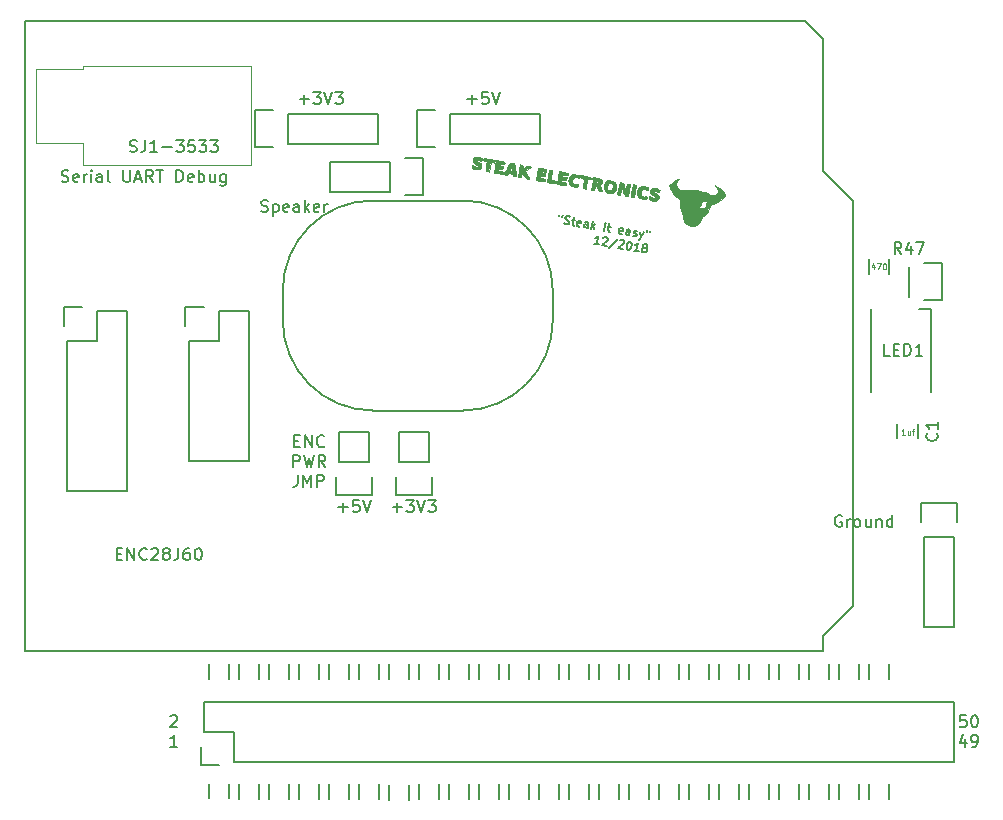
<source format=gto>
G04 #@! TF.GenerationSoftware,KiCad,Pcbnew,5.0.0-rc2*
G04 #@! TF.CreationDate,2018-12-17T23:44:03-05:00*
G04 #@! TF.ProjectId,ZMHW_Map,5A4D48575F4D61702E6B696361645F70,rev?*
G04 #@! TF.SameCoordinates,Original*
G04 #@! TF.FileFunction,Legend,Top*
G04 #@! TF.FilePolarity,Positive*
%FSLAX46Y46*%
G04 Gerber Fmt 4.6, Leading zero omitted, Abs format (unit mm)*
G04 Created by KiCad (PCBNEW 5.0.0-rc2) date Mon Dec 17 23:44:03 2018*
%MOMM*%
%LPD*%
G01*
G04 APERTURE LIST*
%ADD10C,0.152400*%
%ADD11C,0.150000*%
%ADD12C,0.120000*%
%ADD13C,0.010000*%
%ADD14C,0.125000*%
G04 APERTURE END LIST*
D10*
X228358095Y-88775419D02*
X227874285Y-88775419D01*
X227825904Y-89259228D01*
X227874285Y-89210847D01*
X227971047Y-89162466D01*
X228212952Y-89162466D01*
X228309714Y-89210847D01*
X228358095Y-89259228D01*
X228406476Y-89355990D01*
X228406476Y-89597895D01*
X228358095Y-89694657D01*
X228309714Y-89743038D01*
X228212952Y-89791419D01*
X227971047Y-89791419D01*
X227874285Y-89743038D01*
X227825904Y-89694657D01*
X229035428Y-88775419D02*
X229132190Y-88775419D01*
X229228952Y-88823800D01*
X229277333Y-88872180D01*
X229325714Y-88968942D01*
X229374095Y-89162466D01*
X229374095Y-89404371D01*
X229325714Y-89597895D01*
X229277333Y-89694657D01*
X229228952Y-89743038D01*
X229132190Y-89791419D01*
X229035428Y-89791419D01*
X228938666Y-89743038D01*
X228890285Y-89694657D01*
X228841904Y-89597895D01*
X228793523Y-89404371D01*
X228793523Y-89162466D01*
X228841904Y-88968942D01*
X228890285Y-88872180D01*
X228938666Y-88823800D01*
X229035428Y-88775419D01*
X228309714Y-90790485D02*
X228309714Y-91467819D01*
X228067809Y-90403438D02*
X227825904Y-91129152D01*
X228454857Y-91129152D01*
X228890285Y-91467819D02*
X229083809Y-91467819D01*
X229180571Y-91419438D01*
X229228952Y-91371057D01*
X229325714Y-91225914D01*
X229374095Y-91032390D01*
X229374095Y-90645342D01*
X229325714Y-90548580D01*
X229277333Y-90500200D01*
X229180571Y-90451819D01*
X228987047Y-90451819D01*
X228890285Y-90500200D01*
X228841904Y-90548580D01*
X228793523Y-90645342D01*
X228793523Y-90887247D01*
X228841904Y-90984009D01*
X228890285Y-91032390D01*
X228987047Y-91080771D01*
X229180571Y-91080771D01*
X229277333Y-91032390D01*
X229325714Y-90984009D01*
X229374095Y-90887247D01*
X160999714Y-88872180D02*
X161048095Y-88823800D01*
X161144857Y-88775419D01*
X161386761Y-88775419D01*
X161483523Y-88823800D01*
X161531904Y-88872180D01*
X161580285Y-88968942D01*
X161580285Y-89065704D01*
X161531904Y-89210847D01*
X160951333Y-89791419D01*
X161580285Y-89791419D01*
X161580285Y-91467819D02*
X160999714Y-91467819D01*
X161290000Y-91467819D02*
X161290000Y-90451819D01*
X161193238Y-90596961D01*
X161096476Y-90693723D01*
X160999714Y-90742104D01*
X156439809Y-75111428D02*
X156778476Y-75111428D01*
X156923619Y-75643619D02*
X156439809Y-75643619D01*
X156439809Y-74627619D01*
X156923619Y-74627619D01*
X157359047Y-75643619D02*
X157359047Y-74627619D01*
X157939619Y-75643619D01*
X157939619Y-74627619D01*
X159004000Y-75546857D02*
X158955619Y-75595238D01*
X158810476Y-75643619D01*
X158713714Y-75643619D01*
X158568571Y-75595238D01*
X158471809Y-75498476D01*
X158423428Y-75401714D01*
X158375047Y-75208190D01*
X158375047Y-75063047D01*
X158423428Y-74869523D01*
X158471809Y-74772761D01*
X158568571Y-74676000D01*
X158713714Y-74627619D01*
X158810476Y-74627619D01*
X158955619Y-74676000D01*
X159004000Y-74724380D01*
X159391047Y-74724380D02*
X159439428Y-74676000D01*
X159536190Y-74627619D01*
X159778095Y-74627619D01*
X159874857Y-74676000D01*
X159923238Y-74724380D01*
X159971619Y-74821142D01*
X159971619Y-74917904D01*
X159923238Y-75063047D01*
X159342666Y-75643619D01*
X159971619Y-75643619D01*
X160552190Y-75063047D02*
X160455428Y-75014666D01*
X160407047Y-74966285D01*
X160358666Y-74869523D01*
X160358666Y-74821142D01*
X160407047Y-74724380D01*
X160455428Y-74676000D01*
X160552190Y-74627619D01*
X160745714Y-74627619D01*
X160842476Y-74676000D01*
X160890857Y-74724380D01*
X160939238Y-74821142D01*
X160939238Y-74869523D01*
X160890857Y-74966285D01*
X160842476Y-75014666D01*
X160745714Y-75063047D01*
X160552190Y-75063047D01*
X160455428Y-75111428D01*
X160407047Y-75159809D01*
X160358666Y-75256571D01*
X160358666Y-75450095D01*
X160407047Y-75546857D01*
X160455428Y-75595238D01*
X160552190Y-75643619D01*
X160745714Y-75643619D01*
X160842476Y-75595238D01*
X160890857Y-75546857D01*
X160939238Y-75450095D01*
X160939238Y-75256571D01*
X160890857Y-75159809D01*
X160842476Y-75111428D01*
X160745714Y-75063047D01*
X161664952Y-74627619D02*
X161664952Y-75353333D01*
X161616571Y-75498476D01*
X161519809Y-75595238D01*
X161374666Y-75643619D01*
X161277904Y-75643619D01*
X162584190Y-74627619D02*
X162390666Y-74627619D01*
X162293904Y-74676000D01*
X162245523Y-74724380D01*
X162148761Y-74869523D01*
X162100380Y-75063047D01*
X162100380Y-75450095D01*
X162148761Y-75546857D01*
X162197142Y-75595238D01*
X162293904Y-75643619D01*
X162487428Y-75643619D01*
X162584190Y-75595238D01*
X162632571Y-75546857D01*
X162680952Y-75450095D01*
X162680952Y-75208190D01*
X162632571Y-75111428D01*
X162584190Y-75063047D01*
X162487428Y-75014666D01*
X162293904Y-75014666D01*
X162197142Y-75063047D01*
X162148761Y-75111428D01*
X162100380Y-75208190D01*
X163309904Y-74627619D02*
X163406666Y-74627619D01*
X163503428Y-74676000D01*
X163551809Y-74724380D01*
X163600190Y-74821142D01*
X163648571Y-75014666D01*
X163648571Y-75256571D01*
X163600190Y-75450095D01*
X163551809Y-75546857D01*
X163503428Y-75595238D01*
X163406666Y-75643619D01*
X163309904Y-75643619D01*
X163213142Y-75595238D01*
X163164761Y-75546857D01*
X163116380Y-75450095D01*
X163068000Y-75256571D01*
X163068000Y-75014666D01*
X163116380Y-74821142D01*
X163164761Y-74724380D01*
X163213142Y-74676000D01*
X163309904Y-74627619D01*
X151783142Y-43591238D02*
X151928285Y-43639619D01*
X152170190Y-43639619D01*
X152266952Y-43591238D01*
X152315333Y-43542857D01*
X152363714Y-43446095D01*
X152363714Y-43349333D01*
X152315333Y-43252571D01*
X152266952Y-43204190D01*
X152170190Y-43155809D01*
X151976666Y-43107428D01*
X151879904Y-43059047D01*
X151831523Y-43010666D01*
X151783142Y-42913904D01*
X151783142Y-42817142D01*
X151831523Y-42720380D01*
X151879904Y-42672000D01*
X151976666Y-42623619D01*
X152218571Y-42623619D01*
X152363714Y-42672000D01*
X153186190Y-43591238D02*
X153089428Y-43639619D01*
X152895904Y-43639619D01*
X152799142Y-43591238D01*
X152750761Y-43494476D01*
X152750761Y-43107428D01*
X152799142Y-43010666D01*
X152895904Y-42962285D01*
X153089428Y-42962285D01*
X153186190Y-43010666D01*
X153234571Y-43107428D01*
X153234571Y-43204190D01*
X152750761Y-43300952D01*
X153669999Y-43639619D02*
X153669999Y-42962285D01*
X153669999Y-43155809D02*
X153718380Y-43059047D01*
X153766761Y-43010666D01*
X153863523Y-42962285D01*
X153960285Y-42962285D01*
X154298952Y-43639619D02*
X154298952Y-42962285D01*
X154298952Y-42623619D02*
X154250571Y-42672000D01*
X154298952Y-42720380D01*
X154347333Y-42672000D01*
X154298952Y-42623619D01*
X154298952Y-42720380D01*
X155218190Y-43639619D02*
X155218190Y-43107428D01*
X155169809Y-43010666D01*
X155073047Y-42962285D01*
X154879523Y-42962285D01*
X154782761Y-43010666D01*
X155218190Y-43591238D02*
X155121428Y-43639619D01*
X154879523Y-43639619D01*
X154782761Y-43591238D01*
X154734380Y-43494476D01*
X154734380Y-43397714D01*
X154782761Y-43300952D01*
X154879523Y-43252571D01*
X155121428Y-43252571D01*
X155218190Y-43204190D01*
X155847142Y-43639619D02*
X155750380Y-43591238D01*
X155701999Y-43494476D01*
X155701999Y-42623619D01*
X157008285Y-42623619D02*
X157008285Y-43446095D01*
X157056666Y-43542857D01*
X157105047Y-43591238D01*
X157201809Y-43639619D01*
X157395333Y-43639619D01*
X157492095Y-43591238D01*
X157540476Y-43542857D01*
X157588857Y-43446095D01*
X157588857Y-42623619D01*
X158024285Y-43349333D02*
X158508095Y-43349333D01*
X157927523Y-43639619D02*
X158266190Y-42623619D01*
X158604857Y-43639619D01*
X159524095Y-43639619D02*
X159185428Y-43155809D01*
X158943523Y-43639619D02*
X158943523Y-42623619D01*
X159330571Y-42623619D01*
X159427333Y-42672000D01*
X159475714Y-42720380D01*
X159524095Y-42817142D01*
X159524095Y-42962285D01*
X159475714Y-43059047D01*
X159427333Y-43107428D01*
X159330571Y-43155809D01*
X158943523Y-43155809D01*
X159814380Y-42623619D02*
X160394952Y-42623619D01*
X160104666Y-43639619D02*
X160104666Y-42623619D01*
X161507714Y-43639619D02*
X161507714Y-42623619D01*
X161749619Y-42623619D01*
X161894761Y-42672000D01*
X161991523Y-42768761D01*
X162039904Y-42865523D01*
X162088285Y-43059047D01*
X162088285Y-43204190D01*
X162039904Y-43397714D01*
X161991523Y-43494476D01*
X161894761Y-43591238D01*
X161749619Y-43639619D01*
X161507714Y-43639619D01*
X162910761Y-43591238D02*
X162813999Y-43639619D01*
X162620476Y-43639619D01*
X162523714Y-43591238D01*
X162475333Y-43494476D01*
X162475333Y-43107428D01*
X162523714Y-43010666D01*
X162620476Y-42962285D01*
X162813999Y-42962285D01*
X162910761Y-43010666D01*
X162959142Y-43107428D01*
X162959142Y-43204190D01*
X162475333Y-43300952D01*
X163394571Y-43639619D02*
X163394571Y-42623619D01*
X163394571Y-43010666D02*
X163491333Y-42962285D01*
X163684857Y-42962285D01*
X163781619Y-43010666D01*
X163829999Y-43059047D01*
X163878380Y-43155809D01*
X163878380Y-43446095D01*
X163829999Y-43542857D01*
X163781619Y-43591238D01*
X163684857Y-43639619D01*
X163491333Y-43639619D01*
X163394571Y-43591238D01*
X164749238Y-42962285D02*
X164749238Y-43639619D01*
X164313809Y-42962285D02*
X164313809Y-43494476D01*
X164362190Y-43591238D01*
X164458952Y-43639619D01*
X164604095Y-43639619D01*
X164700857Y-43591238D01*
X164749238Y-43542857D01*
X165668476Y-42962285D02*
X165668476Y-43784761D01*
X165620095Y-43881523D01*
X165571714Y-43929904D01*
X165474952Y-43978285D01*
X165329809Y-43978285D01*
X165233047Y-43929904D01*
X165668476Y-43591238D02*
X165571714Y-43639619D01*
X165378190Y-43639619D01*
X165281428Y-43591238D01*
X165233047Y-43542857D01*
X165184666Y-43446095D01*
X165184666Y-43155809D01*
X165233047Y-43059047D01*
X165281428Y-43010666D01*
X165378190Y-42962285D01*
X165571714Y-42962285D01*
X165668476Y-43010666D01*
X193936598Y-46403613D02*
X193913445Y-46534921D01*
X194199214Y-46449920D02*
X194176061Y-46581227D01*
X194346064Y-47152764D02*
X194438756Y-47202956D01*
X194602891Y-47231897D01*
X194674333Y-47210647D01*
X194712948Y-47183608D01*
X194757352Y-47123743D01*
X194768928Y-47058089D01*
X194747678Y-46986647D01*
X194720639Y-46948032D01*
X194660774Y-46903628D01*
X194535254Y-46847648D01*
X194475389Y-46803245D01*
X194448350Y-46764629D01*
X194427100Y-46693187D01*
X194438676Y-46627533D01*
X194483080Y-46567668D01*
X194521695Y-46540629D01*
X194593137Y-46519379D01*
X194757272Y-46548320D01*
X194849964Y-46598512D01*
X195012196Y-46830203D02*
X195274811Y-46876509D01*
X195151195Y-46617779D02*
X195047006Y-47208664D01*
X195068256Y-47280106D01*
X195128122Y-47324510D01*
X195193776Y-47336086D01*
X195691968Y-47390083D02*
X195620526Y-47411334D01*
X195489218Y-47388181D01*
X195429352Y-47343777D01*
X195408102Y-47272335D01*
X195454408Y-47009720D01*
X195498812Y-46949854D01*
X195570254Y-46928604D01*
X195701561Y-46951757D01*
X195761427Y-46996160D01*
X195782677Y-47067602D01*
X195771101Y-47133256D01*
X195431255Y-47141027D01*
X196309891Y-47532888D02*
X196373562Y-47171791D01*
X196352312Y-47100349D01*
X196292446Y-47055946D01*
X196161138Y-47032793D01*
X196089696Y-47054043D01*
X196315679Y-47500061D02*
X196244237Y-47521311D01*
X196080103Y-47492370D01*
X196020237Y-47447966D01*
X195998987Y-47376524D01*
X196010563Y-47310870D01*
X196054967Y-47251005D01*
X196126409Y-47229754D01*
X196290543Y-47258696D01*
X196361985Y-47237445D01*
X196638160Y-47590770D02*
X196759714Y-46901405D01*
X196750120Y-47339731D02*
X196900776Y-47637076D01*
X196981811Y-47177499D02*
X196672890Y-47393809D01*
X197721449Y-47781783D02*
X197802485Y-47322206D01*
X197843002Y-47092418D02*
X197804387Y-47119456D01*
X197831426Y-47158072D01*
X197870041Y-47131033D01*
X197843002Y-47092418D01*
X197831426Y-47158072D01*
X198032273Y-47362724D02*
X198294888Y-47409030D01*
X198171272Y-47150301D02*
X198067083Y-47741185D01*
X198088333Y-47812627D01*
X198148199Y-47857031D01*
X198213853Y-47868607D01*
X199237276Y-48015217D02*
X199165833Y-48036467D01*
X199034526Y-48013314D01*
X198974660Y-47968911D01*
X198953410Y-47897469D01*
X198999716Y-47634853D01*
X199044119Y-47574988D01*
X199115562Y-47553737D01*
X199246869Y-47576890D01*
X199306735Y-47621294D01*
X199327985Y-47692736D01*
X199316409Y-47758390D01*
X198976563Y-47766161D01*
X199855199Y-48158021D02*
X199918870Y-47796925D01*
X199897620Y-47725483D01*
X199837754Y-47681079D01*
X199706446Y-47657926D01*
X199635004Y-47679177D01*
X199860987Y-48125194D02*
X199789545Y-48146444D01*
X199625410Y-48117503D01*
X199565545Y-48073100D01*
X199544294Y-48001657D01*
X199555871Y-47936004D01*
X199600274Y-47876138D01*
X199671717Y-47854888D01*
X199835851Y-47883829D01*
X199907293Y-47862579D01*
X200156429Y-48177289D02*
X200216295Y-48221692D01*
X200347603Y-48244845D01*
X200419045Y-48223595D01*
X200463448Y-48163729D01*
X200469237Y-48130902D01*
X200447986Y-48059460D01*
X200388121Y-48015057D01*
X200289640Y-47997692D01*
X200229774Y-47953288D01*
X200208524Y-47881846D01*
X200214312Y-47849019D01*
X200258716Y-47789154D01*
X200330158Y-47767903D01*
X200428639Y-47785268D01*
X200488504Y-47829672D01*
X200756908Y-47843151D02*
X200840007Y-48331669D01*
X201085177Y-47901034D02*
X200840007Y-48331669D01*
X200745411Y-48484227D01*
X200706796Y-48511266D01*
X200635354Y-48532516D01*
X201355483Y-47711763D02*
X201332330Y-47843071D01*
X201618099Y-47758069D02*
X201594946Y-47889377D01*
X197282865Y-48925398D02*
X196888942Y-48855939D01*
X197085904Y-48890669D02*
X197207457Y-48201303D01*
X197124439Y-48288208D01*
X197047208Y-48342285D01*
X196975766Y-48363535D01*
X197655458Y-48347993D02*
X197694073Y-48320954D01*
X197765515Y-48299704D01*
X197929650Y-48328645D01*
X197989515Y-48373049D01*
X198016554Y-48411664D01*
X198037804Y-48483106D01*
X198026228Y-48548760D01*
X197976036Y-48641452D01*
X197512654Y-48965916D01*
X197939404Y-49041164D01*
X198854592Y-48457890D02*
X198107424Y-49240028D01*
X199034189Y-48591100D02*
X199072804Y-48564062D01*
X199144246Y-48542811D01*
X199308381Y-48571753D01*
X199368246Y-48616156D01*
X199395285Y-48654771D01*
X199416535Y-48726214D01*
X199404959Y-48791867D01*
X199354767Y-48884560D01*
X198891385Y-49209024D01*
X199318135Y-49284271D01*
X199866438Y-48670153D02*
X199932092Y-48681730D01*
X199991958Y-48726133D01*
X200018996Y-48764749D01*
X200040247Y-48836191D01*
X200049921Y-48973287D01*
X200020979Y-49137421D01*
X199964999Y-49262941D01*
X199920596Y-49322806D01*
X199881981Y-49349845D01*
X199810539Y-49371095D01*
X199744885Y-49359519D01*
X199685019Y-49315115D01*
X199657980Y-49276500D01*
X199636730Y-49205058D01*
X199627056Y-49067962D01*
X199655998Y-48903827D01*
X199711978Y-48778308D01*
X199756381Y-48718442D01*
X199794996Y-48691404D01*
X199866438Y-48670153D01*
X200631212Y-49515802D02*
X200237289Y-49446343D01*
X200434250Y-49481073D02*
X200555804Y-48791707D01*
X200472785Y-48878611D01*
X200395555Y-48932689D01*
X200324113Y-48953939D01*
X201094594Y-49191338D02*
X201034728Y-49146935D01*
X201007690Y-49108320D01*
X200986439Y-49036878D01*
X200992228Y-49004051D01*
X201036631Y-48944185D01*
X201075246Y-48917146D01*
X201146688Y-48895896D01*
X201277996Y-48919049D01*
X201337862Y-48963453D01*
X201364900Y-49002068D01*
X201386151Y-49073510D01*
X201380363Y-49106337D01*
X201335959Y-49166202D01*
X201297344Y-49193241D01*
X201225902Y-49214491D01*
X201094594Y-49191338D01*
X201023152Y-49212589D01*
X200984537Y-49239627D01*
X200940133Y-49299493D01*
X200916980Y-49430801D01*
X200938231Y-49502243D01*
X200965269Y-49540858D01*
X201025135Y-49585261D01*
X201156442Y-49608415D01*
X201227885Y-49587164D01*
X201266500Y-49560125D01*
X201310903Y-49500260D01*
X201334056Y-49368952D01*
X201312806Y-49297510D01*
X201285767Y-49258895D01*
X201225902Y-49214491D01*
X157564666Y-41051238D02*
X157709809Y-41099619D01*
X157951714Y-41099619D01*
X158048476Y-41051238D01*
X158096857Y-41002857D01*
X158145238Y-40906095D01*
X158145238Y-40809333D01*
X158096857Y-40712571D01*
X158048476Y-40664190D01*
X157951714Y-40615809D01*
X157758190Y-40567428D01*
X157661428Y-40519047D01*
X157613047Y-40470666D01*
X157564666Y-40373904D01*
X157564666Y-40277142D01*
X157613047Y-40180380D01*
X157661428Y-40132000D01*
X157758190Y-40083619D01*
X158000095Y-40083619D01*
X158145238Y-40132000D01*
X158870952Y-40083619D02*
X158870952Y-40809333D01*
X158822571Y-40954476D01*
X158725809Y-41051238D01*
X158580666Y-41099619D01*
X158483904Y-41099619D01*
X159886952Y-41099619D02*
X159306380Y-41099619D01*
X159596666Y-41099619D02*
X159596666Y-40083619D01*
X159499904Y-40228761D01*
X159403142Y-40325523D01*
X159306380Y-40373904D01*
X160322380Y-40712571D02*
X161096476Y-40712571D01*
X161483523Y-40083619D02*
X162112476Y-40083619D01*
X161773809Y-40470666D01*
X161918952Y-40470666D01*
X162015714Y-40519047D01*
X162064095Y-40567428D01*
X162112476Y-40664190D01*
X162112476Y-40906095D01*
X162064095Y-41002857D01*
X162015714Y-41051238D01*
X161918952Y-41099619D01*
X161628666Y-41099619D01*
X161531904Y-41051238D01*
X161483523Y-41002857D01*
X163031714Y-40083619D02*
X162547904Y-40083619D01*
X162499523Y-40567428D01*
X162547904Y-40519047D01*
X162644666Y-40470666D01*
X162886571Y-40470666D01*
X162983333Y-40519047D01*
X163031714Y-40567428D01*
X163080095Y-40664190D01*
X163080095Y-40906095D01*
X163031714Y-41002857D01*
X162983333Y-41051238D01*
X162886571Y-41099619D01*
X162644666Y-41099619D01*
X162547904Y-41051238D01*
X162499523Y-41002857D01*
X163418761Y-40083619D02*
X164047714Y-40083619D01*
X163709047Y-40470666D01*
X163854190Y-40470666D01*
X163950952Y-40519047D01*
X163999333Y-40567428D01*
X164047714Y-40664190D01*
X164047714Y-40906095D01*
X163999333Y-41002857D01*
X163950952Y-41051238D01*
X163854190Y-41099619D01*
X163563904Y-41099619D01*
X163467142Y-41051238D01*
X163418761Y-41002857D01*
X164386380Y-40083619D02*
X165015333Y-40083619D01*
X164676666Y-40470666D01*
X164821809Y-40470666D01*
X164918571Y-40519047D01*
X164966952Y-40567428D01*
X165015333Y-40664190D01*
X165015333Y-40906095D01*
X164966952Y-41002857D01*
X164918571Y-41051238D01*
X164821809Y-41099619D01*
X164531523Y-41099619D01*
X164434761Y-41051238D01*
X164386380Y-41002857D01*
X171462095Y-65561028D02*
X171800761Y-65561028D01*
X171945904Y-66093219D02*
X171462095Y-66093219D01*
X171462095Y-65077219D01*
X171945904Y-65077219D01*
X172381333Y-66093219D02*
X172381333Y-65077219D01*
X172961904Y-66093219D01*
X172961904Y-65077219D01*
X174026285Y-65996457D02*
X173977904Y-66044838D01*
X173832761Y-66093219D01*
X173736000Y-66093219D01*
X173590857Y-66044838D01*
X173494095Y-65948076D01*
X173445714Y-65851314D01*
X173397333Y-65657790D01*
X173397333Y-65512647D01*
X173445714Y-65319123D01*
X173494095Y-65222361D01*
X173590857Y-65125600D01*
X173736000Y-65077219D01*
X173832761Y-65077219D01*
X173977904Y-65125600D01*
X174026285Y-65173980D01*
X171365333Y-67769619D02*
X171365333Y-66753619D01*
X171752380Y-66753619D01*
X171849142Y-66802000D01*
X171897523Y-66850380D01*
X171945904Y-66947142D01*
X171945904Y-67092285D01*
X171897523Y-67189047D01*
X171849142Y-67237428D01*
X171752380Y-67285809D01*
X171365333Y-67285809D01*
X172284571Y-66753619D02*
X172526476Y-67769619D01*
X172719999Y-67043904D01*
X172913523Y-67769619D01*
X173155428Y-66753619D01*
X174123047Y-67769619D02*
X173784380Y-67285809D01*
X173542476Y-67769619D02*
X173542476Y-66753619D01*
X173929523Y-66753619D01*
X174026285Y-66802000D01*
X174074666Y-66850380D01*
X174123047Y-66947142D01*
X174123047Y-67092285D01*
X174074666Y-67189047D01*
X174026285Y-67237428D01*
X173929523Y-67285809D01*
X173542476Y-67285809D01*
X171776571Y-68430019D02*
X171776571Y-69155733D01*
X171728190Y-69300876D01*
X171631428Y-69397638D01*
X171486285Y-69446019D01*
X171389523Y-69446019D01*
X172260380Y-69446019D02*
X172260380Y-68430019D01*
X172599047Y-69155733D01*
X172937714Y-68430019D01*
X172937714Y-69446019D01*
X173421523Y-69446019D02*
X173421523Y-68430019D01*
X173808571Y-68430019D01*
X173905333Y-68478400D01*
X173953714Y-68526780D01*
X174002095Y-68623542D01*
X174002095Y-68768685D01*
X173953714Y-68865447D01*
X173905333Y-68913828D01*
X173808571Y-68962209D01*
X173421523Y-68962209D01*
X175223714Y-71192571D02*
X175997809Y-71192571D01*
X175610761Y-71579619D02*
X175610761Y-70805523D01*
X176965428Y-70563619D02*
X176481619Y-70563619D01*
X176433238Y-71047428D01*
X176481619Y-70999047D01*
X176578380Y-70950666D01*
X176820285Y-70950666D01*
X176917047Y-70999047D01*
X176965428Y-71047428D01*
X177013809Y-71144190D01*
X177013809Y-71386095D01*
X176965428Y-71482857D01*
X176917047Y-71531238D01*
X176820285Y-71579619D01*
X176578380Y-71579619D01*
X176481619Y-71531238D01*
X176433238Y-71482857D01*
X177304095Y-70563619D02*
X177642761Y-71579619D01*
X177981428Y-70563619D01*
X179819904Y-71192571D02*
X180594000Y-71192571D01*
X180206952Y-71579619D02*
X180206952Y-70805523D01*
X180981047Y-70563619D02*
X181610000Y-70563619D01*
X181271333Y-70950666D01*
X181416476Y-70950666D01*
X181513238Y-70999047D01*
X181561619Y-71047428D01*
X181610000Y-71144190D01*
X181610000Y-71386095D01*
X181561619Y-71482857D01*
X181513238Y-71531238D01*
X181416476Y-71579619D01*
X181126190Y-71579619D01*
X181029428Y-71531238D01*
X180981047Y-71482857D01*
X181900285Y-70563619D02*
X182238952Y-71579619D01*
X182577619Y-70563619D01*
X182819523Y-70563619D02*
X183448476Y-70563619D01*
X183109809Y-70950666D01*
X183254952Y-70950666D01*
X183351714Y-70999047D01*
X183400095Y-71047428D01*
X183448476Y-71144190D01*
X183448476Y-71386095D01*
X183400095Y-71482857D01*
X183351714Y-71531238D01*
X183254952Y-71579619D01*
X182964666Y-71579619D01*
X182867904Y-71531238D01*
X182819523Y-71482857D01*
X171945904Y-36648571D02*
X172720000Y-36648571D01*
X172332952Y-37035619D02*
X172332952Y-36261523D01*
X173107047Y-36019619D02*
X173736000Y-36019619D01*
X173397333Y-36406666D01*
X173542476Y-36406666D01*
X173639238Y-36455047D01*
X173687619Y-36503428D01*
X173736000Y-36600190D01*
X173736000Y-36842095D01*
X173687619Y-36938857D01*
X173639238Y-36987238D01*
X173542476Y-37035619D01*
X173252190Y-37035619D01*
X173155428Y-36987238D01*
X173107047Y-36938857D01*
X174026285Y-36019619D02*
X174364952Y-37035619D01*
X174703619Y-36019619D01*
X174945523Y-36019619D02*
X175574476Y-36019619D01*
X175235809Y-36406666D01*
X175380952Y-36406666D01*
X175477714Y-36455047D01*
X175526095Y-36503428D01*
X175574476Y-36600190D01*
X175574476Y-36842095D01*
X175526095Y-36938857D01*
X175477714Y-36987238D01*
X175380952Y-37035619D01*
X175090666Y-37035619D01*
X174993904Y-36987238D01*
X174945523Y-36938857D01*
X186145714Y-36648571D02*
X186919809Y-36648571D01*
X186532761Y-37035619D02*
X186532761Y-36261523D01*
X187887428Y-36019619D02*
X187403619Y-36019619D01*
X187355238Y-36503428D01*
X187403619Y-36455047D01*
X187500380Y-36406666D01*
X187742285Y-36406666D01*
X187839047Y-36455047D01*
X187887428Y-36503428D01*
X187935809Y-36600190D01*
X187935809Y-36842095D01*
X187887428Y-36938857D01*
X187839047Y-36987238D01*
X187742285Y-37035619D01*
X187500380Y-37035619D01*
X187403619Y-36987238D01*
X187355238Y-36938857D01*
X188226095Y-36019619D02*
X188564761Y-37035619D01*
X188903428Y-36019619D01*
X217823142Y-71882000D02*
X217726380Y-71833619D01*
X217581238Y-71833619D01*
X217436095Y-71882000D01*
X217339333Y-71978761D01*
X217290952Y-72075523D01*
X217242571Y-72269047D01*
X217242571Y-72414190D01*
X217290952Y-72607714D01*
X217339333Y-72704476D01*
X217436095Y-72801238D01*
X217581238Y-72849619D01*
X217677999Y-72849619D01*
X217823142Y-72801238D01*
X217871523Y-72752857D01*
X217871523Y-72414190D01*
X217677999Y-72414190D01*
X218306952Y-72849619D02*
X218306952Y-72172285D01*
X218306952Y-72365809D02*
X218355333Y-72269047D01*
X218403714Y-72220666D01*
X218500476Y-72172285D01*
X218597238Y-72172285D01*
X219081047Y-72849619D02*
X218984285Y-72801238D01*
X218935904Y-72752857D01*
X218887523Y-72656095D01*
X218887523Y-72365809D01*
X218935904Y-72269047D01*
X218984285Y-72220666D01*
X219081047Y-72172285D01*
X219226190Y-72172285D01*
X219322952Y-72220666D01*
X219371333Y-72269047D01*
X219419714Y-72365809D01*
X219419714Y-72656095D01*
X219371333Y-72752857D01*
X219322952Y-72801238D01*
X219226190Y-72849619D01*
X219081047Y-72849619D01*
X220290571Y-72172285D02*
X220290571Y-72849619D01*
X219855142Y-72172285D02*
X219855142Y-72704476D01*
X219903523Y-72801238D01*
X220000285Y-72849619D01*
X220145428Y-72849619D01*
X220242190Y-72801238D01*
X220290571Y-72752857D01*
X220774380Y-72172285D02*
X220774380Y-72849619D01*
X220774380Y-72269047D02*
X220822761Y-72220666D01*
X220919523Y-72172285D01*
X221064666Y-72172285D01*
X221161428Y-72220666D01*
X221209809Y-72317428D01*
X221209809Y-72849619D01*
X222129047Y-72849619D02*
X222129047Y-71833619D01*
X222129047Y-72801238D02*
X222032285Y-72849619D01*
X221838761Y-72849619D01*
X221741999Y-72801238D01*
X221693619Y-72752857D01*
X221645238Y-72656095D01*
X221645238Y-72365809D01*
X221693619Y-72269047D01*
X221741999Y-72220666D01*
X221838761Y-72172285D01*
X222032285Y-72172285D01*
X222129047Y-72220666D01*
D11*
G04 #@! TO.C,LS1*
X182398000Y-41630000D02*
X182398000Y-44730000D01*
X180848000Y-41630000D02*
X182398000Y-41630000D01*
X179578000Y-44450000D02*
X179578000Y-41910000D01*
X182398000Y-44730000D02*
X180848000Y-44730000D01*
X174498000Y-44450000D02*
X179578000Y-44450000D01*
X174498000Y-41910000D02*
X174498000Y-44450000D01*
X179578000Y-41910000D02*
X174498000Y-41910000D01*
G04 #@! TO.C,XA1*
X193369000Y-52827500D02*
X193369000Y-55367500D01*
X178129000Y-45207500D02*
X185749000Y-45207500D01*
X170509000Y-55367500D02*
X170509000Y-52827500D01*
X185749000Y-62987500D02*
X178129000Y-62987500D01*
X193369000Y-55367500D02*
G75*
G02X185749000Y-62987500I-7620000J0D01*
G01*
X178129000Y-62987500D02*
G75*
G02X170509000Y-55367500I0J7620000D01*
G01*
X185749000Y-45207500D02*
G75*
G02X193369000Y-52827500I0J-7620000D01*
G01*
X170509000Y-52827500D02*
G75*
G02X178129000Y-45207500I7620000J0D01*
G01*
X151205000Y-83307500D02*
X216229000Y-83307500D01*
X214705000Y-29967500D02*
X216229000Y-31491500D01*
X216229000Y-83307500D02*
X216229000Y-82037500D01*
X216229000Y-82037500D02*
X218769000Y-79497500D01*
X218769000Y-79497500D02*
X218769000Y-45207500D01*
X218769000Y-45207500D02*
X216229000Y-42667500D01*
X216229000Y-42667500D02*
X216229000Y-31491500D01*
X214705000Y-29967500D02*
X148665000Y-29967500D01*
X148665000Y-29967500D02*
X148665000Y-34031500D01*
X148665000Y-34031500D02*
X148665000Y-83307500D01*
X148665000Y-83307500D02*
X151205000Y-83307500D01*
G04 #@! TO.C,P7*
X157308000Y-69781500D02*
X157308000Y-54541500D01*
X152228000Y-57081500D02*
X152228000Y-69781500D01*
X157308000Y-69781500D02*
X152228000Y-69781500D01*
X157308000Y-54541500D02*
X154768000Y-54541500D01*
X153498000Y-54261500D02*
X151948000Y-54261500D01*
X154768000Y-54541500D02*
X154768000Y-57081500D01*
X154768000Y-57081500D02*
X152228000Y-57081500D01*
X151948000Y-54261500D02*
X151948000Y-55811500D01*
G04 #@! TO.C,P1*
X184658000Y-40386000D02*
X192278000Y-40386000D01*
X184658000Y-37846000D02*
X192278000Y-37846000D01*
X181838000Y-37566000D02*
X183388000Y-37566000D01*
X192278000Y-40386000D02*
X192278000Y-37846000D01*
X184658000Y-37846000D02*
X184658000Y-40386000D01*
X183388000Y-40666000D02*
X181838000Y-40666000D01*
X181838000Y-40666000D02*
X181838000Y-37566000D01*
G04 #@! TO.C,P3*
X170942000Y-40386000D02*
X178562000Y-40386000D01*
X170942000Y-37846000D02*
X178562000Y-37846000D01*
X168122000Y-37566000D02*
X169672000Y-37566000D01*
X178562000Y-40386000D02*
X178562000Y-37846000D01*
X170942000Y-37846000D02*
X170942000Y-40386000D01*
X169672000Y-40666000D02*
X168122000Y-40666000D01*
X168122000Y-40666000D02*
X168122000Y-37566000D01*
G04 #@! TO.C,P4*
X180340000Y-67310000D02*
X180340000Y-64770000D01*
X180060000Y-70130000D02*
X180060000Y-68580000D01*
X180340000Y-67310000D02*
X182880000Y-67310000D01*
X183160000Y-68580000D02*
X183160000Y-70130000D01*
X183160000Y-70130000D02*
X180060000Y-70130000D01*
X182880000Y-67310000D02*
X182880000Y-64770000D01*
X182880000Y-64770000D02*
X180340000Y-64770000D01*
G04 #@! TO.C,P5*
X177800000Y-64770000D02*
X175260000Y-64770000D01*
X177800000Y-67310000D02*
X177800000Y-64770000D01*
X178080000Y-70130000D02*
X174980000Y-70130000D01*
X178080000Y-68580000D02*
X178080000Y-70130000D01*
X175260000Y-67310000D02*
X177800000Y-67310000D01*
X174980000Y-70130000D02*
X174980000Y-68580000D01*
X175260000Y-67310000D02*
X175260000Y-64770000D01*
G04 #@! TO.C,P6*
X167628000Y-54541500D02*
X167628000Y-67241500D01*
X167628000Y-67241500D02*
X162548000Y-67241500D01*
X162548000Y-67241500D02*
X162548000Y-57081500D01*
X167628000Y-54541500D02*
X165088000Y-54541500D01*
X163818000Y-54261500D02*
X162268000Y-54261500D01*
X165088000Y-54541500D02*
X165088000Y-57081500D01*
X165088000Y-57081500D02*
X162548000Y-57081500D01*
X162268000Y-54261500D02*
X162268000Y-55811500D01*
G04 #@! TO.C,R1*
X166765000Y-95850000D02*
X166765000Y-94650000D01*
X168515000Y-94650000D02*
X168515000Y-95850000D01*
G04 #@! TO.C,R2*
X171055000Y-94650000D02*
X171055000Y-95850000D01*
X169305000Y-95850000D02*
X169305000Y-94650000D01*
G04 #@! TO.C,R3*
X171845000Y-95850000D02*
X171845000Y-94650000D01*
X173595000Y-94650000D02*
X173595000Y-95850000D01*
G04 #@! TO.C,R4*
X176135000Y-94650000D02*
X176135000Y-95850000D01*
X174385000Y-95850000D02*
X174385000Y-94650000D01*
G04 #@! TO.C,R5*
X176925000Y-95850000D02*
X176925000Y-94650000D01*
X178675000Y-94650000D02*
X178675000Y-95850000D01*
G04 #@! TO.C,R6*
X181215000Y-94730000D02*
X181215000Y-95930000D01*
X179465000Y-95930000D02*
X179465000Y-94730000D01*
G04 #@! TO.C,R7*
X182005000Y-95850000D02*
X182005000Y-94650000D01*
X183755000Y-94650000D02*
X183755000Y-95850000D01*
G04 #@! TO.C,R8*
X186295000Y-94650000D02*
X186295000Y-95850000D01*
X184545000Y-95850000D02*
X184545000Y-94650000D01*
G04 #@! TO.C,R9*
X187085000Y-95850000D02*
X187085000Y-94650000D01*
X188835000Y-94650000D02*
X188835000Y-95850000D01*
G04 #@! TO.C,R10*
X189625000Y-95850000D02*
X189625000Y-94650000D01*
X191375000Y-94650000D02*
X191375000Y-95850000D01*
G04 #@! TO.C,R11*
X192165000Y-95850000D02*
X192165000Y-94650000D01*
X193915000Y-94650000D02*
X193915000Y-95850000D01*
G04 #@! TO.C,R12*
X196455000Y-94650000D02*
X196455000Y-95850000D01*
X194705000Y-95850000D02*
X194705000Y-94650000D01*
G04 #@! TO.C,R13*
X197245000Y-95850000D02*
X197245000Y-94650000D01*
X198995000Y-94650000D02*
X198995000Y-95850000D01*
G04 #@! TO.C,R14*
X201535000Y-94650000D02*
X201535000Y-95850000D01*
X199785000Y-95850000D02*
X199785000Y-94650000D01*
G04 #@! TO.C,R15*
X202325000Y-95850000D02*
X202325000Y-94650000D01*
X204075000Y-94650000D02*
X204075000Y-95850000D01*
G04 #@! TO.C,R16*
X206615000Y-94650000D02*
X206615000Y-95850000D01*
X204865000Y-95850000D02*
X204865000Y-94650000D01*
G04 #@! TO.C,R17*
X207405000Y-95850000D02*
X207405000Y-94650000D01*
X209155000Y-94650000D02*
X209155000Y-95850000D01*
G04 #@! TO.C,R18*
X211695000Y-94650000D02*
X211695000Y-95850000D01*
X209945000Y-95850000D02*
X209945000Y-94650000D01*
G04 #@! TO.C,R19*
X212485000Y-95850000D02*
X212485000Y-94650000D01*
X214235000Y-94650000D02*
X214235000Y-95850000D01*
G04 #@! TO.C,R20*
X216775000Y-94650000D02*
X216775000Y-95850000D01*
X215025000Y-95850000D02*
X215025000Y-94650000D01*
G04 #@! TO.C,R21*
X219315000Y-94650000D02*
X219315000Y-95850000D01*
X217565000Y-95850000D02*
X217565000Y-94650000D01*
G04 #@! TO.C,R22*
X220105000Y-95850000D02*
X220105000Y-94650000D01*
X221855000Y-94650000D02*
X221855000Y-95850000D01*
G04 #@! TO.C,R23*
X164225000Y-85690000D02*
X164225000Y-84490000D01*
X165975000Y-84490000D02*
X165975000Y-85690000D01*
G04 #@! TO.C,R24*
X168515000Y-84490000D02*
X168515000Y-85690000D01*
X166765000Y-85690000D02*
X166765000Y-84490000D01*
G04 #@! TO.C,R25*
X169305000Y-85690000D02*
X169305000Y-84490000D01*
X171055000Y-84490000D02*
X171055000Y-85690000D01*
G04 #@! TO.C,R26*
X171845000Y-85690000D02*
X171845000Y-84490000D01*
X173595000Y-84490000D02*
X173595000Y-85690000D01*
G04 #@! TO.C,R27*
X176135000Y-84490000D02*
X176135000Y-85690000D01*
X174385000Y-85690000D02*
X174385000Y-84490000D01*
G04 #@! TO.C,R28*
X165975000Y-94570000D02*
X165975000Y-95770000D01*
X164225000Y-95770000D02*
X164225000Y-94570000D01*
D12*
G04 #@! TO.C,J1*
X149620000Y-40320000D02*
X149620000Y-34080000D01*
X149620000Y-34080000D02*
X153620000Y-34080000D01*
X153620000Y-34080000D02*
X153620000Y-33780000D01*
X153620000Y-33780000D02*
X167860000Y-33780000D01*
X167860000Y-33780000D02*
X167860000Y-42220000D01*
X167860000Y-42220000D02*
X153620000Y-42220000D01*
X153620000Y-42220000D02*
X153620000Y-40320000D01*
X153620000Y-40320000D02*
X149620000Y-40320000D01*
D13*
G04 #@! TO.C,G\002A\002A\002A*
G36*
X202278149Y-44230064D02*
X202384155Y-44286412D01*
X202415153Y-44359818D01*
X202403540Y-44409211D01*
X202346533Y-44465953D01*
X202285106Y-44456328D01*
X202108128Y-44400388D01*
X201975964Y-44392656D01*
X201904332Y-44433751D01*
X201900839Y-44441237D01*
X201906000Y-44503329D01*
X201985522Y-44556962D01*
X202028958Y-44574636D01*
X202211942Y-44673938D01*
X202322763Y-44798784D01*
X202357206Y-44935362D01*
X202311058Y-45069853D01*
X202210198Y-45168833D01*
X202051367Y-45227310D01*
X201839510Y-45215701D01*
X201591493Y-45141749D01*
X201521494Y-45089447D01*
X201512748Y-44992438D01*
X201516246Y-44970108D01*
X201539854Y-44836219D01*
X201697351Y-44937239D01*
X201839703Y-45006387D01*
X201964102Y-45028570D01*
X202049218Y-45003414D01*
X202074744Y-44943890D01*
X202030409Y-44870242D01*
X201910423Y-44800390D01*
X201900681Y-44796423D01*
X201717618Y-44693033D01*
X201622823Y-44563673D01*
X201613056Y-44421070D01*
X201677375Y-44271530D01*
X201805353Y-44188519D01*
X201996142Y-44172458D01*
X202088518Y-44184633D01*
X202278149Y-44230064D01*
X202278149Y-44230064D01*
G37*
X202278149Y-44230064D02*
X202384155Y-44286412D01*
X202415153Y-44359818D01*
X202403540Y-44409211D01*
X202346533Y-44465953D01*
X202285106Y-44456328D01*
X202108128Y-44400388D01*
X201975964Y-44392656D01*
X201904332Y-44433751D01*
X201900839Y-44441237D01*
X201906000Y-44503329D01*
X201985522Y-44556962D01*
X202028958Y-44574636D01*
X202211942Y-44673938D01*
X202322763Y-44798784D01*
X202357206Y-44935362D01*
X202311058Y-45069853D01*
X202210198Y-45168833D01*
X202051367Y-45227310D01*
X201839510Y-45215701D01*
X201591493Y-45141749D01*
X201521494Y-45089447D01*
X201512748Y-44992438D01*
X201516246Y-44970108D01*
X201539854Y-44836219D01*
X201697351Y-44937239D01*
X201839703Y-45006387D01*
X201964102Y-45028570D01*
X202049218Y-45003414D01*
X202074744Y-44943890D01*
X202030409Y-44870242D01*
X201910423Y-44800390D01*
X201900681Y-44796423D01*
X201717618Y-44693033D01*
X201622823Y-44563673D01*
X201613056Y-44421070D01*
X201677375Y-44271530D01*
X201805353Y-44188519D01*
X201996142Y-44172458D01*
X202088518Y-44184633D01*
X202278149Y-44230064D01*
G36*
X201301884Y-44053054D02*
X201411046Y-44100732D01*
X201457014Y-44165197D01*
X201456562Y-44244791D01*
X201430812Y-44321775D01*
X201376483Y-44321200D01*
X201340798Y-44302933D01*
X201151006Y-44231493D01*
X200991806Y-44240686D01*
X200873040Y-44326882D01*
X200804548Y-44486450D01*
X200801603Y-44501894D01*
X200809639Y-44660361D01*
X200880197Y-44787856D01*
X200994376Y-44864888D01*
X201133275Y-44871960D01*
X201154606Y-44865935D01*
X201275219Y-44841950D01*
X201329795Y-44876174D01*
X201330585Y-44959239D01*
X201279170Y-45052305D01*
X201204306Y-45077015D01*
X201011298Y-45069640D01*
X200817837Y-45023721D01*
X200675065Y-44953573D01*
X200595520Y-44860035D01*
X200528636Y-44724385D01*
X200517411Y-44689956D01*
X200496060Y-44465924D01*
X200562013Y-44263991D01*
X200710665Y-44097058D01*
X200735339Y-44078940D01*
X200850250Y-44013941D01*
X200965781Y-43995003D01*
X201114968Y-44012252D01*
X201301884Y-44053054D01*
X201301884Y-44053054D01*
G37*
X201301884Y-44053054D02*
X201411046Y-44100732D01*
X201457014Y-44165197D01*
X201456562Y-44244791D01*
X201430812Y-44321775D01*
X201376483Y-44321200D01*
X201340798Y-44302933D01*
X201151006Y-44231493D01*
X200991806Y-44240686D01*
X200873040Y-44326882D01*
X200804548Y-44486450D01*
X200801603Y-44501894D01*
X200809639Y-44660361D01*
X200880197Y-44787856D01*
X200994376Y-44864888D01*
X201133275Y-44871960D01*
X201154606Y-44865935D01*
X201275219Y-44841950D01*
X201329795Y-44876174D01*
X201330585Y-44959239D01*
X201279170Y-45052305D01*
X201204306Y-45077015D01*
X201011298Y-45069640D01*
X200817837Y-45023721D01*
X200675065Y-44953573D01*
X200595520Y-44860035D01*
X200528636Y-44724385D01*
X200517411Y-44689956D01*
X200496060Y-44465924D01*
X200562013Y-44263991D01*
X200710665Y-44097058D01*
X200735339Y-44078940D01*
X200850250Y-44013941D01*
X200965781Y-43995003D01*
X201114968Y-44012252D01*
X201301884Y-44053054D01*
G36*
X200255537Y-44939279D02*
X200126677Y-44916557D01*
X200028010Y-44893054D01*
X199982175Y-44871727D01*
X199984632Y-44820310D01*
X200003256Y-44697801D01*
X200034838Y-44523415D01*
X200069655Y-44347868D01*
X200172776Y-43846118D01*
X200439983Y-43893234D01*
X200255537Y-44939279D01*
X200255537Y-44939279D01*
G37*
X200255537Y-44939279D02*
X200126677Y-44916557D01*
X200028010Y-44893054D01*
X199982175Y-44871727D01*
X199984632Y-44820310D01*
X200003256Y-44697801D01*
X200034838Y-44523415D01*
X200069655Y-44347868D01*
X200172776Y-43846118D01*
X200439983Y-43893234D01*
X200255537Y-44939279D01*
G36*
X199256791Y-43691456D02*
X199312099Y-43733591D01*
X199358664Y-43817462D01*
X199410840Y-43963342D01*
X199431802Y-44028758D01*
X199536927Y-44360588D01*
X199603951Y-44059112D01*
X199641105Y-43899184D01*
X199671745Y-43810888D01*
X199709318Y-43775677D01*
X199767272Y-43774999D01*
X199805338Y-43781329D01*
X199939701Y-43805020D01*
X199754287Y-44856556D01*
X199593506Y-44813652D01*
X199509674Y-44784833D01*
X199450674Y-44738444D01*
X199401763Y-44653597D01*
X199348196Y-44509409D01*
X199321469Y-44428306D01*
X199210214Y-44085865D01*
X199139640Y-44407968D01*
X199101161Y-44574797D01*
X199069993Y-44669355D01*
X199035128Y-44709901D01*
X198985564Y-44714694D01*
X198957358Y-44710375D01*
X198845651Y-44690678D01*
X199030097Y-43644633D01*
X199178387Y-43670780D01*
X199256791Y-43691456D01*
X199256791Y-43691456D01*
G37*
X199256791Y-43691456D02*
X199312099Y-43733591D01*
X199358664Y-43817462D01*
X199410840Y-43963342D01*
X199431802Y-44028758D01*
X199536927Y-44360588D01*
X199603951Y-44059112D01*
X199641105Y-43899184D01*
X199671745Y-43810888D01*
X199709318Y-43775677D01*
X199767272Y-43774999D01*
X199805338Y-43781329D01*
X199939701Y-43805020D01*
X199754287Y-44856556D01*
X199593506Y-44813652D01*
X199509674Y-44784833D01*
X199450674Y-44738444D01*
X199401763Y-44653597D01*
X199348196Y-44509409D01*
X199321469Y-44428306D01*
X199210214Y-44085865D01*
X199139640Y-44407968D01*
X199101161Y-44574797D01*
X199069993Y-44669355D01*
X199035128Y-44709901D01*
X198985564Y-44714694D01*
X198957358Y-44710375D01*
X198845651Y-44690678D01*
X199030097Y-43644633D01*
X199178387Y-43670780D01*
X199256791Y-43691456D01*
G36*
X198464893Y-43552289D02*
X198566467Y-43599714D01*
X198641887Y-43676067D01*
X198660741Y-43701996D01*
X198739943Y-43882367D01*
X198753672Y-44081208D01*
X198708051Y-44273448D01*
X198609205Y-44434018D01*
X198463255Y-44537843D01*
X198455932Y-44540684D01*
X198276956Y-44569892D01*
X198071684Y-44548585D01*
X197887130Y-44482426D01*
X197864994Y-44469515D01*
X197750183Y-44348524D01*
X197682993Y-44177054D01*
X197668136Y-43986419D01*
X197682962Y-43923687D01*
X197983108Y-43976611D01*
X197977135Y-44144385D01*
X197994208Y-44218107D01*
X198063240Y-44303388D01*
X198175233Y-44334365D01*
X198297888Y-44310278D01*
X198398907Y-44230369D01*
X198400874Y-44227655D01*
X198465864Y-44068338D01*
X198451090Y-43905896D01*
X198367804Y-43777685D01*
X198289375Y-43717399D01*
X198215879Y-43715578D01*
X198145343Y-43742233D01*
X198042504Y-43832087D01*
X197983108Y-43976611D01*
X197682962Y-43923687D01*
X197710322Y-43807929D01*
X197754211Y-43733113D01*
X197890449Y-43584442D01*
X198029816Y-43511659D01*
X198203269Y-43502574D01*
X198304139Y-43516627D01*
X198464893Y-43552289D01*
X198464893Y-43552289D01*
G37*
X198464893Y-43552289D02*
X198566467Y-43599714D01*
X198641887Y-43676067D01*
X198660741Y-43701996D01*
X198739943Y-43882367D01*
X198753672Y-44081208D01*
X198708051Y-44273448D01*
X198609205Y-44434018D01*
X198463255Y-44537843D01*
X198455932Y-44540684D01*
X198276956Y-44569892D01*
X198071684Y-44548585D01*
X197887130Y-44482426D01*
X197864994Y-44469515D01*
X197750183Y-44348524D01*
X197682993Y-44177054D01*
X197668136Y-43986419D01*
X197682962Y-43923687D01*
X197983108Y-43976611D01*
X197977135Y-44144385D01*
X197994208Y-44218107D01*
X198063240Y-44303388D01*
X198175233Y-44334365D01*
X198297888Y-44310278D01*
X198398907Y-44230369D01*
X198400874Y-44227655D01*
X198465864Y-44068338D01*
X198451090Y-43905896D01*
X198367804Y-43777685D01*
X198289375Y-43717399D01*
X198215879Y-43715578D01*
X198145343Y-43742233D01*
X198042504Y-43832087D01*
X197983108Y-43976611D01*
X197682962Y-43923687D01*
X197710322Y-43807929D01*
X197754211Y-43733113D01*
X197890449Y-43584442D01*
X198029816Y-43511659D01*
X198203269Y-43502574D01*
X198304139Y-43516627D01*
X198464893Y-43552289D01*
G36*
X197286948Y-43340683D02*
X197391073Y-43374674D01*
X197454384Y-43421763D01*
X197502266Y-43494506D01*
X197504819Y-43499244D01*
X197552561Y-43609014D01*
X197568470Y-43688846D01*
X197568084Y-43691653D01*
X197529170Y-43758995D01*
X197448312Y-43845861D01*
X197442826Y-43850820D01*
X197377444Y-43921132D01*
X197366571Y-43959929D01*
X197371207Y-43961751D01*
X197402344Y-44005050D01*
X197444817Y-44105739D01*
X197487746Y-44231556D01*
X197520245Y-44350240D01*
X197531430Y-44429531D01*
X197530821Y-44434879D01*
X197488135Y-44443422D01*
X197389059Y-44433711D01*
X197373062Y-44431021D01*
X197260647Y-44395664D01*
X197204862Y-44320885D01*
X197186019Y-44253363D01*
X197133914Y-44094630D01*
X197064417Y-43983060D01*
X197004408Y-43943968D01*
X196972052Y-43980184D01*
X196938806Y-44080382D01*
X196926089Y-44141183D01*
X196899943Y-44266334D01*
X196866597Y-44321914D01*
X196805239Y-44329705D01*
X196753561Y-44321786D01*
X196617120Y-44297728D01*
X196741421Y-43592785D01*
X197014302Y-43640901D01*
X197025334Y-43736998D01*
X197088780Y-43767357D01*
X197183649Y-43722298D01*
X197186199Y-43720159D01*
X197233265Y-43640389D01*
X197197304Y-43572008D01*
X197122627Y-43542765D01*
X197048040Y-43558590D01*
X197014302Y-43640901D01*
X196741421Y-43592785D01*
X196801566Y-43251683D01*
X197116627Y-43307236D01*
X197286948Y-43340683D01*
X197286948Y-43340683D01*
G37*
X197286948Y-43340683D02*
X197391073Y-43374674D01*
X197454384Y-43421763D01*
X197502266Y-43494506D01*
X197504819Y-43499244D01*
X197552561Y-43609014D01*
X197568470Y-43688846D01*
X197568084Y-43691653D01*
X197529170Y-43758995D01*
X197448312Y-43845861D01*
X197442826Y-43850820D01*
X197377444Y-43921132D01*
X197366571Y-43959929D01*
X197371207Y-43961751D01*
X197402344Y-44005050D01*
X197444817Y-44105739D01*
X197487746Y-44231556D01*
X197520245Y-44350240D01*
X197531430Y-44429531D01*
X197530821Y-44434879D01*
X197488135Y-44443422D01*
X197389059Y-44433711D01*
X197373062Y-44431021D01*
X197260647Y-44395664D01*
X197204862Y-44320885D01*
X197186019Y-44253363D01*
X197133914Y-44094630D01*
X197064417Y-43983060D01*
X197004408Y-43943968D01*
X196972052Y-43980184D01*
X196938806Y-44080382D01*
X196926089Y-44141183D01*
X196899943Y-44266334D01*
X196866597Y-44321914D01*
X196805239Y-44329705D01*
X196753561Y-44321786D01*
X196617120Y-44297728D01*
X196741421Y-43592785D01*
X197014302Y-43640901D01*
X197025334Y-43736998D01*
X197088780Y-43767357D01*
X197183649Y-43722298D01*
X197186199Y-43720159D01*
X197233265Y-43640389D01*
X197197304Y-43572008D01*
X197122627Y-43542765D01*
X197048040Y-43558590D01*
X197014302Y-43640901D01*
X196741421Y-43592785D01*
X196801566Y-43251683D01*
X197116627Y-43307236D01*
X197286948Y-43340683D01*
G36*
X196197220Y-43155257D02*
X196412193Y-43200275D01*
X196551655Y-43234416D01*
X196630872Y-43263846D01*
X196665110Y-43294731D01*
X196669637Y-43333238D01*
X196667817Y-43345334D01*
X196637045Y-43405401D01*
X196557473Y-43424303D01*
X196478739Y-43420338D01*
X196305699Y-43404381D01*
X196162318Y-44217534D01*
X195889437Y-44169418D01*
X196033786Y-43350773D01*
X195851866Y-43318696D01*
X195735800Y-43291901D01*
X195688883Y-43253485D01*
X195688352Y-43182693D01*
X195690264Y-43171379D01*
X195710584Y-43056140D01*
X196197220Y-43155257D01*
X196197220Y-43155257D01*
G37*
X196197220Y-43155257D02*
X196412193Y-43200275D01*
X196551655Y-43234416D01*
X196630872Y-43263846D01*
X196665110Y-43294731D01*
X196669637Y-43333238D01*
X196667817Y-43345334D01*
X196637045Y-43405401D01*
X196557473Y-43424303D01*
X196478739Y-43420338D01*
X196305699Y-43404381D01*
X196162318Y-44217534D01*
X195889437Y-44169418D01*
X196033786Y-43350773D01*
X195851866Y-43318696D01*
X195735800Y-43291901D01*
X195688883Y-43253485D01*
X195688352Y-43182693D01*
X195690264Y-43171379D01*
X195710584Y-43056140D01*
X196197220Y-43155257D01*
G36*
X195362855Y-43007671D02*
X195514169Y-43044444D01*
X195595545Y-43077352D01*
X195627450Y-43121446D01*
X195630352Y-43191782D01*
X195629650Y-43203900D01*
X195615164Y-43294182D01*
X195578434Y-43308984D01*
X195550565Y-43295267D01*
X195400431Y-43215772D01*
X195290955Y-43192630D01*
X195191624Y-43223322D01*
X195132336Y-43260782D01*
X195032393Y-43348661D01*
X194994996Y-43445618D01*
X194992344Y-43510230D01*
X195027293Y-43689699D01*
X195124670Y-43801290D01*
X195283643Y-43844428D01*
X195452600Y-43829656D01*
X195507414Y-43840785D01*
X195511727Y-43917327D01*
X195509898Y-43928330D01*
X195467073Y-44020661D01*
X195413043Y-44056952D01*
X195256333Y-44056499D01*
X195073720Y-44013917D01*
X194913763Y-43941724D01*
X194882688Y-43920272D01*
X194760064Y-43801923D01*
X194702159Y-43670778D01*
X194699443Y-43498059D01*
X194712458Y-43406244D01*
X194745288Y-43254759D01*
X194792769Y-43159426D01*
X194876193Y-43084271D01*
X194920903Y-43054069D01*
X195023757Y-42994793D01*
X195114961Y-42971478D01*
X195230504Y-42980347D01*
X195362855Y-43007671D01*
X195362855Y-43007671D01*
G37*
X195362855Y-43007671D02*
X195514169Y-43044444D01*
X195595545Y-43077352D01*
X195627450Y-43121446D01*
X195630352Y-43191782D01*
X195629650Y-43203900D01*
X195615164Y-43294182D01*
X195578434Y-43308984D01*
X195550565Y-43295267D01*
X195400431Y-43215772D01*
X195290955Y-43192630D01*
X195191624Y-43223322D01*
X195132336Y-43260782D01*
X195032393Y-43348661D01*
X194994996Y-43445618D01*
X194992344Y-43510230D01*
X195027293Y-43689699D01*
X195124670Y-43801290D01*
X195283643Y-43844428D01*
X195452600Y-43829656D01*
X195507414Y-43840785D01*
X195511727Y-43917327D01*
X195509898Y-43928330D01*
X195467073Y-44020661D01*
X195413043Y-44056952D01*
X195256333Y-44056499D01*
X195073720Y-44013917D01*
X194913763Y-43941724D01*
X194882688Y-43920272D01*
X194760064Y-43801923D01*
X194702159Y-43670778D01*
X194699443Y-43498059D01*
X194712458Y-43406244D01*
X194745288Y-43254759D01*
X194792769Y-43159426D01*
X194876193Y-43084271D01*
X194920903Y-43054069D01*
X195023757Y-42994793D01*
X195114961Y-42971478D01*
X195230504Y-42980347D01*
X195362855Y-43007671D01*
G36*
X194480391Y-42843646D02*
X194587119Y-42870199D01*
X194637873Y-42899349D01*
X194650190Y-42940164D01*
X194643947Y-42988471D01*
X194624676Y-43054652D01*
X194581114Y-43081681D01*
X194487950Y-43077090D01*
X194396498Y-43062075D01*
X194257187Y-43043366D01*
X194184559Y-43053192D01*
X194156341Y-43095224D01*
X194155005Y-43101897D01*
X194161050Y-43153321D01*
X194216538Y-43182750D01*
X194342566Y-43201058D01*
X194348445Y-43201624D01*
X194475227Y-43217014D01*
X194531949Y-43243784D01*
X194540574Y-43301271D01*
X194531111Y-43362455D01*
X194510263Y-43448165D01*
X194469870Y-43483376D01*
X194382214Y-43480757D01*
X194301583Y-43467387D01*
X194172638Y-43450788D01*
X194107801Y-43464837D01*
X194082115Y-43515740D01*
X194080884Y-43522261D01*
X194083236Y-43578930D01*
X194129256Y-43615101D01*
X194239717Y-43643654D01*
X194292246Y-43653318D01*
X194426557Y-43680802D01*
X194490568Y-43711486D01*
X194505490Y-43761106D01*
X194499598Y-43807115D01*
X194485778Y-43862823D01*
X194455821Y-43892355D01*
X194390144Y-43898242D01*
X194269167Y-43883008D01*
X194115709Y-43856661D01*
X193751867Y-43792506D01*
X193936313Y-42746461D01*
X194300155Y-42810616D01*
X194480391Y-42843646D01*
X194480391Y-42843646D01*
G37*
X194480391Y-42843646D02*
X194587119Y-42870199D01*
X194637873Y-42899349D01*
X194650190Y-42940164D01*
X194643947Y-42988471D01*
X194624676Y-43054652D01*
X194581114Y-43081681D01*
X194487950Y-43077090D01*
X194396498Y-43062075D01*
X194257187Y-43043366D01*
X194184559Y-43053192D01*
X194156341Y-43095224D01*
X194155005Y-43101897D01*
X194161050Y-43153321D01*
X194216538Y-43182750D01*
X194342566Y-43201058D01*
X194348445Y-43201624D01*
X194475227Y-43217014D01*
X194531949Y-43243784D01*
X194540574Y-43301271D01*
X194531111Y-43362455D01*
X194510263Y-43448165D01*
X194469870Y-43483376D01*
X194382214Y-43480757D01*
X194301583Y-43467387D01*
X194172638Y-43450788D01*
X194107801Y-43464837D01*
X194082115Y-43515740D01*
X194080884Y-43522261D01*
X194083236Y-43578930D01*
X194129256Y-43615101D01*
X194239717Y-43643654D01*
X194292246Y-43653318D01*
X194426557Y-43680802D01*
X194490568Y-43711486D01*
X194505490Y-43761106D01*
X194499598Y-43807115D01*
X194485778Y-43862823D01*
X194455821Y-43892355D01*
X194390144Y-43898242D01*
X194269167Y-43883008D01*
X194115709Y-43856661D01*
X193751867Y-43792506D01*
X193936313Y-42746461D01*
X194300155Y-42810616D01*
X194480391Y-42843646D01*
G36*
X193200721Y-43460853D02*
X193428122Y-43500950D01*
X193562432Y-43528433D01*
X193626444Y-43559118D01*
X193641366Y-43608737D01*
X193635475Y-43654747D01*
X193622217Y-43709181D01*
X193593638Y-43738789D01*
X193530795Y-43745693D01*
X193414744Y-43732015D01*
X193228844Y-43700283D01*
X192842263Y-43632118D01*
X193026709Y-42586073D01*
X193345070Y-42642209D01*
X193200721Y-43460853D01*
X193200721Y-43460853D01*
G37*
X193200721Y-43460853D02*
X193428122Y-43500950D01*
X193562432Y-43528433D01*
X193626444Y-43559118D01*
X193641366Y-43608737D01*
X193635475Y-43654747D01*
X193622217Y-43709181D01*
X193593638Y-43738789D01*
X193530795Y-43745693D01*
X193414744Y-43732015D01*
X193228844Y-43700283D01*
X192842263Y-43632118D01*
X193026709Y-42586073D01*
X193345070Y-42642209D01*
X193200721Y-43460853D01*
G36*
X192661183Y-42522870D02*
X192767910Y-42549424D01*
X192818664Y-42578573D01*
X192830981Y-42619389D01*
X192824740Y-42667696D01*
X192803885Y-42736363D01*
X192756328Y-42762253D01*
X192655308Y-42754609D01*
X192600030Y-42745310D01*
X192463561Y-42730452D01*
X192396763Y-42749975D01*
X192383339Y-42777443D01*
X192405016Y-42830175D01*
X192501149Y-42867280D01*
X192553232Y-42877740D01*
X192668931Y-42903696D01*
X192715638Y-42942037D01*
X192715973Y-43016910D01*
X192711094Y-43046259D01*
X192688484Y-43132478D01*
X192642697Y-43164506D01*
X192544217Y-43157295D01*
X192505116Y-43150621D01*
X192384751Y-43137263D01*
X192326713Y-43158819D01*
X192307155Y-43209505D01*
X192309507Y-43266174D01*
X192355528Y-43302345D01*
X192465989Y-43330898D01*
X192518517Y-43340562D01*
X192652828Y-43368046D01*
X192716840Y-43398730D01*
X192731762Y-43448349D01*
X192725871Y-43494359D01*
X192712612Y-43548793D01*
X192684034Y-43578401D01*
X192621190Y-43585305D01*
X192505140Y-43571628D01*
X192319240Y-43539895D01*
X191932659Y-43471731D01*
X192117105Y-42425686D01*
X192480946Y-42489841D01*
X192661183Y-42522870D01*
X192661183Y-42522870D01*
G37*
X192661183Y-42522870D02*
X192767910Y-42549424D01*
X192818664Y-42578573D01*
X192830981Y-42619389D01*
X192824740Y-42667696D01*
X192803885Y-42736363D01*
X192756328Y-42762253D01*
X192655308Y-42754609D01*
X192600030Y-42745310D01*
X192463561Y-42730452D01*
X192396763Y-42749975D01*
X192383339Y-42777443D01*
X192405016Y-42830175D01*
X192501149Y-42867280D01*
X192553232Y-42877740D01*
X192668931Y-42903696D01*
X192715638Y-42942037D01*
X192715973Y-43016910D01*
X192711094Y-43046259D01*
X192688484Y-43132478D01*
X192642697Y-43164506D01*
X192544217Y-43157295D01*
X192505116Y-43150621D01*
X192384751Y-43137263D01*
X192326713Y-43158819D01*
X192307155Y-43209505D01*
X192309507Y-43266174D01*
X192355528Y-43302345D01*
X192465989Y-43330898D01*
X192518517Y-43340562D01*
X192652828Y-43368046D01*
X192716840Y-43398730D01*
X192731762Y-43448349D01*
X192725871Y-43494359D01*
X192712612Y-43548793D01*
X192684034Y-43578401D01*
X192621190Y-43585305D01*
X192505140Y-43571628D01*
X192319240Y-43539895D01*
X191932659Y-43471731D01*
X192117105Y-42425686D01*
X192480946Y-42489841D01*
X192661183Y-42522870D01*
G36*
X190791591Y-42201691D02*
X190824876Y-42255071D01*
X190822734Y-42367479D01*
X190822210Y-42373214D01*
X190806253Y-42546254D01*
X190995191Y-42403716D01*
X191130364Y-42315369D01*
X191242800Y-42283047D01*
X191354995Y-42291305D01*
X191463748Y-42316718D01*
X191519332Y-42341983D01*
X191521331Y-42347126D01*
X191483715Y-42384035D01*
X191389281Y-42456429D01*
X191258245Y-42548837D01*
X191254444Y-42551427D01*
X190992088Y-42730034D01*
X191195780Y-43017102D01*
X191292383Y-43158699D01*
X191362373Y-43271762D01*
X191392884Y-43335254D01*
X191393185Y-43339834D01*
X191348952Y-43355780D01*
X191247338Y-43350337D01*
X191218066Y-43345729D01*
X191105340Y-43311824D01*
X191010413Y-43241888D01*
X190905398Y-43114332D01*
X190887972Y-43090183D01*
X190726707Y-42864407D01*
X190692960Y-43055797D01*
X190666986Y-43175502D01*
X190631004Y-43225982D01*
X190562362Y-43229508D01*
X190522772Y-43223130D01*
X190386331Y-43199071D01*
X190570777Y-42153026D01*
X190704472Y-42176600D01*
X190791591Y-42201691D01*
X190791591Y-42201691D01*
G37*
X190791591Y-42201691D02*
X190824876Y-42255071D01*
X190822734Y-42367479D01*
X190822210Y-42373214D01*
X190806253Y-42546254D01*
X190995191Y-42403716D01*
X191130364Y-42315369D01*
X191242800Y-42283047D01*
X191354995Y-42291305D01*
X191463748Y-42316718D01*
X191519332Y-42341983D01*
X191521331Y-42347126D01*
X191483715Y-42384035D01*
X191389281Y-42456429D01*
X191258245Y-42548837D01*
X191254444Y-42551427D01*
X190992088Y-42730034D01*
X191195780Y-43017102D01*
X191292383Y-43158699D01*
X191362373Y-43271762D01*
X191392884Y-43335254D01*
X191393185Y-43339834D01*
X191348952Y-43355780D01*
X191247338Y-43350337D01*
X191218066Y-43345729D01*
X191105340Y-43311824D01*
X191010413Y-43241888D01*
X190905398Y-43114332D01*
X190887972Y-43090183D01*
X190726707Y-42864407D01*
X190692960Y-43055797D01*
X190666986Y-43175502D01*
X190631004Y-43225982D01*
X190562362Y-43229508D01*
X190522772Y-43223130D01*
X190386331Y-43199071D01*
X190570777Y-42153026D01*
X190704472Y-42176600D01*
X190791591Y-42201691D01*
G36*
X190051276Y-42072540D02*
X190108222Y-42129510D01*
X190129324Y-42204145D01*
X190150571Y-42321766D01*
X190180467Y-42489042D01*
X190205110Y-42627833D01*
X190236137Y-42800266D01*
X190264084Y-42950706D01*
X190279573Y-43030047D01*
X190296322Y-43131387D01*
X190274230Y-43169500D01*
X190191228Y-43164501D01*
X190141494Y-43155900D01*
X190027536Y-43119491D01*
X189982711Y-43053967D01*
X189979870Y-43033613D01*
X189955190Y-42967211D01*
X189878926Y-42926493D01*
X189781686Y-42904878D01*
X189651606Y-42891572D01*
X189580754Y-42915529D01*
X189551423Y-42958066D01*
X189495512Y-43016844D01*
X189390606Y-43022766D01*
X189357722Y-43017700D01*
X189255277Y-42995422D01*
X189207175Y-42976625D01*
X189206622Y-42974826D01*
X189213799Y-42958662D01*
X189236824Y-42916199D01*
X189281235Y-42837789D01*
X189352567Y-42713782D01*
X189456359Y-42534529D01*
X189467053Y-42516113D01*
X189754624Y-42566819D01*
X189754854Y-42641378D01*
X189826648Y-42678335D01*
X189899295Y-42671576D01*
X189907554Y-42618424D01*
X189901033Y-42502624D01*
X189904564Y-42465492D01*
X189904168Y-42417761D01*
X189865755Y-42437516D01*
X189834156Y-42465874D01*
X189754624Y-42566819D01*
X189467053Y-42516113D01*
X189598146Y-42290382D01*
X189693012Y-42127212D01*
X189753698Y-42050816D01*
X189835059Y-42029102D01*
X189932985Y-42040566D01*
X190051276Y-42072540D01*
X190051276Y-42072540D01*
G37*
X190051276Y-42072540D02*
X190108222Y-42129510D01*
X190129324Y-42204145D01*
X190150571Y-42321766D01*
X190180467Y-42489042D01*
X190205110Y-42627833D01*
X190236137Y-42800266D01*
X190264084Y-42950706D01*
X190279573Y-43030047D01*
X190296322Y-43131387D01*
X190274230Y-43169500D01*
X190191228Y-43164501D01*
X190141494Y-43155900D01*
X190027536Y-43119491D01*
X189982711Y-43053967D01*
X189979870Y-43033613D01*
X189955190Y-42967211D01*
X189878926Y-42926493D01*
X189781686Y-42904878D01*
X189651606Y-42891572D01*
X189580754Y-42915529D01*
X189551423Y-42958066D01*
X189495512Y-43016844D01*
X189390606Y-43022766D01*
X189357722Y-43017700D01*
X189255277Y-42995422D01*
X189207175Y-42976625D01*
X189206622Y-42974826D01*
X189213799Y-42958662D01*
X189236824Y-42916199D01*
X189281235Y-42837789D01*
X189352567Y-42713782D01*
X189456359Y-42534529D01*
X189467053Y-42516113D01*
X189754624Y-42566819D01*
X189754854Y-42641378D01*
X189826648Y-42678335D01*
X189899295Y-42671576D01*
X189907554Y-42618424D01*
X189901033Y-42502624D01*
X189904564Y-42465492D01*
X189904168Y-42417761D01*
X189865755Y-42437516D01*
X189834156Y-42465874D01*
X189754624Y-42566819D01*
X189467053Y-42516113D01*
X189598146Y-42290382D01*
X189693012Y-42127212D01*
X189753698Y-42050816D01*
X189835059Y-42029102D01*
X189932985Y-42040566D01*
X190051276Y-42072540D01*
G36*
X189113727Y-41897358D02*
X189220454Y-41923912D01*
X189271208Y-41953061D01*
X189283524Y-41993876D01*
X189277283Y-42042184D01*
X189256428Y-42110850D01*
X189208871Y-42136740D01*
X189107852Y-42129096D01*
X189052574Y-42119797D01*
X188914053Y-42105279D01*
X188847195Y-42126216D01*
X188836345Y-42149315D01*
X188867503Y-42206081D01*
X188985681Y-42255026D01*
X189015601Y-42262988D01*
X189135238Y-42299578D01*
X189185653Y-42341791D01*
X189188740Y-42410365D01*
X189186378Y-42424756D01*
X189163054Y-42495597D01*
X189108582Y-42523610D01*
X188995294Y-42520795D01*
X188970572Y-42518359D01*
X188842241Y-42513468D01*
X188779175Y-42538758D01*
X188759238Y-42586607D01*
X188762658Y-42641982D01*
X188811094Y-42677830D01*
X188925155Y-42706645D01*
X188971062Y-42715050D01*
X189105372Y-42742533D01*
X189169383Y-42773218D01*
X189184305Y-42822837D01*
X189178414Y-42868847D01*
X189165156Y-42923281D01*
X189136577Y-42952889D01*
X189073733Y-42959793D01*
X188957683Y-42946115D01*
X188771783Y-42914383D01*
X188385202Y-42846218D01*
X188569648Y-41800173D01*
X188933489Y-41864328D01*
X189113727Y-41897358D01*
X189113727Y-41897358D01*
G37*
X189113727Y-41897358D02*
X189220454Y-41923912D01*
X189271208Y-41953061D01*
X189283524Y-41993876D01*
X189277283Y-42042184D01*
X189256428Y-42110850D01*
X189208871Y-42136740D01*
X189107852Y-42129096D01*
X189052574Y-42119797D01*
X188914053Y-42105279D01*
X188847195Y-42126216D01*
X188836345Y-42149315D01*
X188867503Y-42206081D01*
X188985681Y-42255026D01*
X189015601Y-42262988D01*
X189135238Y-42299578D01*
X189185653Y-42341791D01*
X189188740Y-42410365D01*
X189186378Y-42424756D01*
X189163054Y-42495597D01*
X189108582Y-42523610D01*
X188995294Y-42520795D01*
X188970572Y-42518359D01*
X188842241Y-42513468D01*
X188779175Y-42538758D01*
X188759238Y-42586607D01*
X188762658Y-42641982D01*
X188811094Y-42677830D01*
X188925155Y-42706645D01*
X188971062Y-42715050D01*
X189105372Y-42742533D01*
X189169383Y-42773218D01*
X189184305Y-42822837D01*
X189178414Y-42868847D01*
X189165156Y-42923281D01*
X189136577Y-42952889D01*
X189073733Y-42959793D01*
X188957683Y-42946115D01*
X188771783Y-42914383D01*
X188385202Y-42846218D01*
X188569648Y-41800173D01*
X188933489Y-41864328D01*
X189113727Y-41897358D01*
G36*
X188458639Y-41897834D02*
X188433188Y-41972629D01*
X188374118Y-41994670D01*
X188279410Y-41983468D01*
X188120228Y-41955400D01*
X187975879Y-42774044D01*
X187847019Y-42751322D01*
X187744576Y-42723215D01*
X187693185Y-42692934D01*
X187689232Y-42633854D01*
X187700569Y-42507820D01*
X187724805Y-42338534D01*
X187735040Y-42278265D01*
X187801868Y-41899264D01*
X187642686Y-41871196D01*
X187536537Y-41843720D01*
X187499209Y-41797722D01*
X187503555Y-41729427D01*
X187523603Y-41615727D01*
X188478687Y-41784134D01*
X188458639Y-41897834D01*
X188458639Y-41897834D01*
G37*
X188458639Y-41897834D02*
X188433188Y-41972629D01*
X188374118Y-41994670D01*
X188279410Y-41983468D01*
X188120228Y-41955400D01*
X187975879Y-42774044D01*
X187847019Y-42751322D01*
X187744576Y-42723215D01*
X187693185Y-42692934D01*
X187689232Y-42633854D01*
X187700569Y-42507820D01*
X187724805Y-42338534D01*
X187735040Y-42278265D01*
X187801868Y-41899264D01*
X187642686Y-41871196D01*
X187536537Y-41843720D01*
X187499209Y-41797722D01*
X187503555Y-41729427D01*
X187523603Y-41615727D01*
X188478687Y-41784134D01*
X188458639Y-41897834D01*
G36*
X187252212Y-41569499D02*
X187337738Y-41595850D01*
X187370438Y-41632125D01*
X187369384Y-41691279D01*
X187364006Y-41722997D01*
X187344558Y-41801044D01*
X187305377Y-41832908D01*
X187219997Y-41828260D01*
X187125921Y-41809976D01*
X186976808Y-41790120D01*
X186894421Y-41800760D01*
X186886299Y-41835803D01*
X186959981Y-41889154D01*
X187002870Y-41909449D01*
X187176670Y-41994324D01*
X187276254Y-42072922D01*
X187316199Y-42164399D01*
X187311081Y-42287912D01*
X187307441Y-42309738D01*
X187268145Y-42451789D01*
X187202510Y-42532590D01*
X187159600Y-42557111D01*
X187038732Y-42579785D01*
X186869648Y-42571865D01*
X186689754Y-42537411D01*
X186560152Y-42492087D01*
X186505755Y-42419649D01*
X186507500Y-42325273D01*
X186530890Y-42236089D01*
X186573808Y-42223890D01*
X186639612Y-42258219D01*
X186770102Y-42315922D01*
X186885267Y-42347268D01*
X186988026Y-42342396D01*
X187024883Y-42295023D01*
X186995472Y-42227730D01*
X186899429Y-42163102D01*
X186888328Y-42158514D01*
X186716007Y-42074763D01*
X186622461Y-41983374D01*
X186594599Y-41867135D01*
X186603052Y-41783368D01*
X186646573Y-41634834D01*
X186723461Y-41548544D01*
X186849629Y-41516625D01*
X187040988Y-41531207D01*
X187094789Y-41540116D01*
X187252212Y-41569499D01*
X187252212Y-41569499D01*
G37*
X187252212Y-41569499D02*
X187337738Y-41595850D01*
X187370438Y-41632125D01*
X187369384Y-41691279D01*
X187364006Y-41722997D01*
X187344558Y-41801044D01*
X187305377Y-41832908D01*
X187219997Y-41828260D01*
X187125921Y-41809976D01*
X186976808Y-41790120D01*
X186894421Y-41800760D01*
X186886299Y-41835803D01*
X186959981Y-41889154D01*
X187002870Y-41909449D01*
X187176670Y-41994324D01*
X187276254Y-42072922D01*
X187316199Y-42164399D01*
X187311081Y-42287912D01*
X187307441Y-42309738D01*
X187268145Y-42451789D01*
X187202510Y-42532590D01*
X187159600Y-42557111D01*
X187038732Y-42579785D01*
X186869648Y-42571865D01*
X186689754Y-42537411D01*
X186560152Y-42492087D01*
X186505755Y-42419649D01*
X186507500Y-42325273D01*
X186530890Y-42236089D01*
X186573808Y-42223890D01*
X186639612Y-42258219D01*
X186770102Y-42315922D01*
X186885267Y-42347268D01*
X186988026Y-42342396D01*
X187024883Y-42295023D01*
X186995472Y-42227730D01*
X186899429Y-42163102D01*
X186888328Y-42158514D01*
X186716007Y-42074763D01*
X186622461Y-41983374D01*
X186594599Y-41867135D01*
X186603052Y-41783368D01*
X186646573Y-41634834D01*
X186723461Y-41548544D01*
X186849629Y-41516625D01*
X187040988Y-41531207D01*
X187094789Y-41540116D01*
X187252212Y-41569499D01*
G36*
X207112096Y-43868530D02*
X207208832Y-43946523D01*
X207294605Y-44023321D01*
X207411383Y-44121958D01*
X207508471Y-44190162D01*
X207549356Y-44208923D01*
X207626789Y-44251047D01*
X207731076Y-44340096D01*
X207833873Y-44448939D01*
X207906833Y-44550445D01*
X207907527Y-44551722D01*
X207930691Y-44652216D01*
X207925780Y-44780643D01*
X207857255Y-44921508D01*
X207697290Y-45071457D01*
X207446326Y-45230156D01*
X207105765Y-45396851D01*
X206936265Y-45474037D01*
X206827517Y-45536820D01*
X206755815Y-45608181D01*
X206697453Y-45711105D01*
X206635383Y-45852916D01*
X206533713Y-46058917D01*
X206410665Y-46231605D01*
X206242362Y-46401433D01*
X206129227Y-46498564D01*
X206039009Y-46603022D01*
X205946071Y-46754504D01*
X205873819Y-46911441D01*
X205849152Y-46996034D01*
X205787179Y-47110033D01*
X205660170Y-47216049D01*
X205494937Y-47296398D01*
X205340059Y-47331751D01*
X205067351Y-47329537D01*
X204823334Y-47259006D01*
X204710153Y-47201778D01*
X204548100Y-47080634D01*
X204442962Y-46923529D01*
X204384972Y-46711302D01*
X204367687Y-46529819D01*
X204323554Y-46226492D01*
X204230750Y-45937363D01*
X204228944Y-45933204D01*
X204179381Y-45795829D01*
X205574476Y-46041822D01*
X205622369Y-46057651D01*
X205706119Y-46074527D01*
X205814486Y-46090656D01*
X205855341Y-46089501D01*
X205835166Y-46077684D01*
X205711839Y-46047494D01*
X205607874Y-46036967D01*
X205574476Y-46041822D01*
X204179381Y-45795829D01*
X204150511Y-45715814D01*
X204147752Y-45696463D01*
X205681476Y-45966900D01*
X205729369Y-45982729D01*
X205813118Y-45999606D01*
X205921485Y-46015734D01*
X205962339Y-46014580D01*
X205942166Y-46002762D01*
X205818838Y-45972573D01*
X205714874Y-45962045D01*
X205681476Y-45966900D01*
X204147752Y-45696463D01*
X204134032Y-45600255D01*
X205788475Y-45891978D01*
X205836368Y-45907808D01*
X205920118Y-45924684D01*
X206028485Y-45940812D01*
X206069339Y-45939658D01*
X206049165Y-45927841D01*
X205925838Y-45897651D01*
X205821874Y-45887123D01*
X205788475Y-45891978D01*
X204134032Y-45600255D01*
X204122689Y-45520718D01*
X204123844Y-45483450D01*
X205782228Y-45775868D01*
X205816030Y-45812344D01*
X205908993Y-45841162D01*
X206027957Y-45857600D01*
X206139767Y-45856941D01*
X206208647Y-45836566D01*
X206260915Y-45763402D01*
X206310292Y-45641841D01*
X206319481Y-45609914D01*
X206371734Y-45468495D01*
X206439000Y-45353175D01*
X206450241Y-45339882D01*
X206497563Y-45281933D01*
X206489189Y-45250091D01*
X206410874Y-45227823D01*
X206343034Y-45215466D01*
X206154878Y-45208250D01*
X206026299Y-45268807D01*
X205947887Y-45403498D01*
X205925018Y-45497966D01*
X205893005Y-45622518D01*
X205853796Y-45701894D01*
X205840210Y-45712983D01*
X205786213Y-45763414D01*
X205782228Y-45775868D01*
X204123844Y-45483450D01*
X204126670Y-45392195D01*
X204135132Y-45242522D01*
X204119943Y-45150078D01*
X204066001Y-45080124D01*
X203958201Y-44997919D01*
X203953910Y-44994854D01*
X203758511Y-44830044D01*
X203578641Y-44632528D01*
X203426419Y-44420899D01*
X203313964Y-44213749D01*
X203253395Y-44029668D01*
X203249851Y-43914708D01*
X203276832Y-43841944D01*
X203340777Y-43771743D01*
X203457757Y-43690502D01*
X203632747Y-43590657D01*
X203831134Y-43486078D01*
X203964688Y-43423311D01*
X204029535Y-43403636D01*
X204021801Y-43428327D01*
X203957138Y-43483701D01*
X203877388Y-43595530D01*
X203833565Y-43757461D01*
X203831925Y-43932125D01*
X203862375Y-44049541D01*
X203932685Y-44150273D01*
X204043499Y-44252846D01*
X204067727Y-44270287D01*
X204171138Y-44334064D01*
X204257021Y-44357853D01*
X204369020Y-44349405D01*
X204441857Y-44336730D01*
X204629316Y-44310554D01*
X204834687Y-44293560D01*
X204895105Y-44291209D01*
X205072464Y-44297764D01*
X205295323Y-44321791D01*
X205545570Y-44359524D01*
X205805094Y-44407195D01*
X206055782Y-44461037D01*
X206279524Y-44517284D01*
X206458210Y-44572168D01*
X206573726Y-44621922D01*
X206604511Y-44646753D01*
X206693184Y-44706182D01*
X206835122Y-44739428D01*
X206994035Y-44742902D01*
X207133632Y-44713020D01*
X207158377Y-44701491D01*
X207290855Y-44606230D01*
X207351335Y-44493413D01*
X207340118Y-44351440D01*
X207257507Y-44168707D01*
X207175698Y-44037524D01*
X207097780Y-43913762D01*
X207075829Y-43857521D01*
X207112096Y-43868530D01*
X207112096Y-43868530D01*
G37*
X207112096Y-43868530D02*
X207208832Y-43946523D01*
X207294605Y-44023321D01*
X207411383Y-44121958D01*
X207508471Y-44190162D01*
X207549356Y-44208923D01*
X207626789Y-44251047D01*
X207731076Y-44340096D01*
X207833873Y-44448939D01*
X207906833Y-44550445D01*
X207907527Y-44551722D01*
X207930691Y-44652216D01*
X207925780Y-44780643D01*
X207857255Y-44921508D01*
X207697290Y-45071457D01*
X207446326Y-45230156D01*
X207105765Y-45396851D01*
X206936265Y-45474037D01*
X206827517Y-45536820D01*
X206755815Y-45608181D01*
X206697453Y-45711105D01*
X206635383Y-45852916D01*
X206533713Y-46058917D01*
X206410665Y-46231605D01*
X206242362Y-46401433D01*
X206129227Y-46498564D01*
X206039009Y-46603022D01*
X205946071Y-46754504D01*
X205873819Y-46911441D01*
X205849152Y-46996034D01*
X205787179Y-47110033D01*
X205660170Y-47216049D01*
X205494937Y-47296398D01*
X205340059Y-47331751D01*
X205067351Y-47329537D01*
X204823334Y-47259006D01*
X204710153Y-47201778D01*
X204548100Y-47080634D01*
X204442962Y-46923529D01*
X204384972Y-46711302D01*
X204367687Y-46529819D01*
X204323554Y-46226492D01*
X204230750Y-45937363D01*
X204228944Y-45933204D01*
X204179381Y-45795829D01*
X205574476Y-46041822D01*
X205622369Y-46057651D01*
X205706119Y-46074527D01*
X205814486Y-46090656D01*
X205855341Y-46089501D01*
X205835166Y-46077684D01*
X205711839Y-46047494D01*
X205607874Y-46036967D01*
X205574476Y-46041822D01*
X204179381Y-45795829D01*
X204150511Y-45715814D01*
X204147752Y-45696463D01*
X205681476Y-45966900D01*
X205729369Y-45982729D01*
X205813118Y-45999606D01*
X205921485Y-46015734D01*
X205962339Y-46014580D01*
X205942166Y-46002762D01*
X205818838Y-45972573D01*
X205714874Y-45962045D01*
X205681476Y-45966900D01*
X204147752Y-45696463D01*
X204134032Y-45600255D01*
X205788475Y-45891978D01*
X205836368Y-45907808D01*
X205920118Y-45924684D01*
X206028485Y-45940812D01*
X206069339Y-45939658D01*
X206049165Y-45927841D01*
X205925838Y-45897651D01*
X205821874Y-45887123D01*
X205788475Y-45891978D01*
X204134032Y-45600255D01*
X204122689Y-45520718D01*
X204123844Y-45483450D01*
X205782228Y-45775868D01*
X205816030Y-45812344D01*
X205908993Y-45841162D01*
X206027957Y-45857600D01*
X206139767Y-45856941D01*
X206208647Y-45836566D01*
X206260915Y-45763402D01*
X206310292Y-45641841D01*
X206319481Y-45609914D01*
X206371734Y-45468495D01*
X206439000Y-45353175D01*
X206450241Y-45339882D01*
X206497563Y-45281933D01*
X206489189Y-45250091D01*
X206410874Y-45227823D01*
X206343034Y-45215466D01*
X206154878Y-45208250D01*
X206026299Y-45268807D01*
X205947887Y-45403498D01*
X205925018Y-45497966D01*
X205893005Y-45622518D01*
X205853796Y-45701894D01*
X205840210Y-45712983D01*
X205786213Y-45763414D01*
X205782228Y-45775868D01*
X204123844Y-45483450D01*
X204126670Y-45392195D01*
X204135132Y-45242522D01*
X204119943Y-45150078D01*
X204066001Y-45080124D01*
X203958201Y-44997919D01*
X203953910Y-44994854D01*
X203758511Y-44830044D01*
X203578641Y-44632528D01*
X203426419Y-44420899D01*
X203313964Y-44213749D01*
X203253395Y-44029668D01*
X203249851Y-43914708D01*
X203276832Y-43841944D01*
X203340777Y-43771743D01*
X203457757Y-43690502D01*
X203632747Y-43590657D01*
X203831134Y-43486078D01*
X203964688Y-43423311D01*
X204029535Y-43403636D01*
X204021801Y-43428327D01*
X203957138Y-43483701D01*
X203877388Y-43595530D01*
X203833565Y-43757461D01*
X203831925Y-43932125D01*
X203862375Y-44049541D01*
X203932685Y-44150273D01*
X204043499Y-44252846D01*
X204067727Y-44270287D01*
X204171138Y-44334064D01*
X204257021Y-44357853D01*
X204369020Y-44349405D01*
X204441857Y-44336730D01*
X204629316Y-44310554D01*
X204834687Y-44293560D01*
X204895105Y-44291209D01*
X205072464Y-44297764D01*
X205295323Y-44321791D01*
X205545570Y-44359524D01*
X205805094Y-44407195D01*
X206055782Y-44461037D01*
X206279524Y-44517284D01*
X206458210Y-44572168D01*
X206573726Y-44621922D01*
X206604511Y-44646753D01*
X206693184Y-44706182D01*
X206835122Y-44739428D01*
X206994035Y-44742902D01*
X207133632Y-44713020D01*
X207158377Y-44701491D01*
X207290855Y-44606230D01*
X207351335Y-44493413D01*
X207340118Y-44351440D01*
X207257507Y-44168707D01*
X207175698Y-44037524D01*
X207097780Y-43913762D01*
X207075829Y-43857521D01*
X207112096Y-43868530D01*
D11*
G04 #@! TO.C,P8*
X166370000Y-92710000D02*
X227330000Y-92710000D01*
X227330000Y-87630000D02*
X163830000Y-87630000D01*
X227330000Y-87630000D02*
X227330000Y-92710000D01*
X163830000Y-87630000D02*
X163830000Y-90170000D01*
X163550000Y-91440000D02*
X163550000Y-92990000D01*
X163830000Y-90170000D02*
X166370000Y-90170000D01*
X166370000Y-90170000D02*
X166370000Y-92710000D01*
X163550000Y-92990000D02*
X165100000Y-92990000D01*
G04 #@! TO.C,P9*
X224790000Y-73660000D02*
X224790000Y-81280000D01*
X227330000Y-73660000D02*
X227330000Y-81280000D01*
X227610000Y-70840000D02*
X227610000Y-72390000D01*
X224790000Y-81280000D02*
X227330000Y-81280000D01*
X227330000Y-73660000D02*
X224790000Y-73660000D01*
X224510000Y-72390000D02*
X224510000Y-70840000D01*
X224510000Y-70840000D02*
X227610000Y-70840000D01*
G04 #@! TO.C,R29*
X178675000Y-84490000D02*
X178675000Y-85690000D01*
X176925000Y-85690000D02*
X176925000Y-84490000D01*
G04 #@! TO.C,R30*
X179465000Y-85690000D02*
X179465000Y-84490000D01*
X181215000Y-84490000D02*
X181215000Y-85690000D01*
G04 #@! TO.C,R31*
X183755000Y-84490000D02*
X183755000Y-85690000D01*
X182005000Y-85690000D02*
X182005000Y-84490000D01*
G04 #@! TO.C,R32*
X184545000Y-85690000D02*
X184545000Y-84490000D01*
X186295000Y-84490000D02*
X186295000Y-85690000D01*
G04 #@! TO.C,R33*
X188835000Y-84490000D02*
X188835000Y-85690000D01*
X187085000Y-85690000D02*
X187085000Y-84490000D01*
G04 #@! TO.C,R34*
X189625000Y-85690000D02*
X189625000Y-84490000D01*
X191375000Y-84490000D02*
X191375000Y-85690000D01*
G04 #@! TO.C,R35*
X193915000Y-84490000D02*
X193915000Y-85690000D01*
X192165000Y-85690000D02*
X192165000Y-84490000D01*
G04 #@! TO.C,R36*
X194705000Y-85690000D02*
X194705000Y-84490000D01*
X196455000Y-84490000D02*
X196455000Y-85690000D01*
G04 #@! TO.C,R37*
X198995000Y-84490000D02*
X198995000Y-85690000D01*
X197245000Y-85690000D02*
X197245000Y-84490000D01*
G04 #@! TO.C,R38*
X201535000Y-84490000D02*
X201535000Y-85690000D01*
X199785000Y-85690000D02*
X199785000Y-84490000D01*
G04 #@! TO.C,R39*
X202325000Y-85690000D02*
X202325000Y-84490000D01*
X204075000Y-84490000D02*
X204075000Y-85690000D01*
G04 #@! TO.C,R40*
X206615000Y-84490000D02*
X206615000Y-85690000D01*
X204865000Y-85690000D02*
X204865000Y-84490000D01*
G04 #@! TO.C,R41*
X207405000Y-85690000D02*
X207405000Y-84490000D01*
X209155000Y-84490000D02*
X209155000Y-85690000D01*
G04 #@! TO.C,R42*
X211695000Y-84490000D02*
X211695000Y-85690000D01*
X209945000Y-85690000D02*
X209945000Y-84490000D01*
G04 #@! TO.C,R43*
X212485000Y-85690000D02*
X212485000Y-84490000D01*
X214235000Y-84490000D02*
X214235000Y-85690000D01*
G04 #@! TO.C,R44*
X216775000Y-84490000D02*
X216775000Y-85690000D01*
X215025000Y-85690000D02*
X215025000Y-84490000D01*
G04 #@! TO.C,R45*
X217565000Y-85690000D02*
X217565000Y-84490000D01*
X219315000Y-84490000D02*
X219315000Y-85690000D01*
G04 #@! TO.C,R46*
X220105000Y-85690000D02*
X220105000Y-84490000D01*
X221855000Y-84490000D02*
X221855000Y-85690000D01*
G04 #@! TO.C,C1*
X222544605Y-65352907D02*
X222544605Y-64152907D01*
X224294605Y-64152907D02*
X224294605Y-65352907D01*
G04 #@! TO.C,LED1*
X220318000Y-54399000D02*
X220318000Y-61399000D01*
X224368000Y-54399000D02*
X225368000Y-54399000D01*
X225368000Y-54399000D02*
X225368000Y-61399000D01*
G04 #@! TO.C,P10*
X226340000Y-53620000D02*
X224790000Y-53620000D01*
X224790000Y-50520000D02*
X226340000Y-50520000D01*
X226340000Y-50520000D02*
X226340000Y-53620000D01*
X223520000Y-50800000D02*
X223520000Y-53340000D01*
G04 #@! TO.C,R47*
X221855000Y-50200000D02*
X221855000Y-51400000D01*
X220105000Y-51400000D02*
X220105000Y-50200000D01*
G04 #@! TO.C,LS1*
X168688095Y-46124761D02*
X168830952Y-46172380D01*
X169069047Y-46172380D01*
X169164285Y-46124761D01*
X169211904Y-46077142D01*
X169259523Y-45981904D01*
X169259523Y-45886666D01*
X169211904Y-45791428D01*
X169164285Y-45743809D01*
X169069047Y-45696190D01*
X168878571Y-45648571D01*
X168783333Y-45600952D01*
X168735714Y-45553333D01*
X168688095Y-45458095D01*
X168688095Y-45362857D01*
X168735714Y-45267619D01*
X168783333Y-45220000D01*
X168878571Y-45172380D01*
X169116666Y-45172380D01*
X169259523Y-45220000D01*
X169688095Y-45505714D02*
X169688095Y-46505714D01*
X169688095Y-45553333D02*
X169783333Y-45505714D01*
X169973809Y-45505714D01*
X170069047Y-45553333D01*
X170116666Y-45600952D01*
X170164285Y-45696190D01*
X170164285Y-45981904D01*
X170116666Y-46077142D01*
X170069047Y-46124761D01*
X169973809Y-46172380D01*
X169783333Y-46172380D01*
X169688095Y-46124761D01*
X170973809Y-46124761D02*
X170878571Y-46172380D01*
X170688095Y-46172380D01*
X170592857Y-46124761D01*
X170545238Y-46029523D01*
X170545238Y-45648571D01*
X170592857Y-45553333D01*
X170688095Y-45505714D01*
X170878571Y-45505714D01*
X170973809Y-45553333D01*
X171021428Y-45648571D01*
X171021428Y-45743809D01*
X170545238Y-45839047D01*
X171878571Y-46172380D02*
X171878571Y-45648571D01*
X171830952Y-45553333D01*
X171735714Y-45505714D01*
X171545238Y-45505714D01*
X171449999Y-45553333D01*
X171878571Y-46124761D02*
X171783333Y-46172380D01*
X171545238Y-46172380D01*
X171449999Y-46124761D01*
X171402380Y-46029523D01*
X171402380Y-45934285D01*
X171449999Y-45839047D01*
X171545238Y-45791428D01*
X171783333Y-45791428D01*
X171878571Y-45743809D01*
X172354761Y-46172380D02*
X172354761Y-45172380D01*
X172449999Y-45791428D02*
X172735714Y-46172380D01*
X172735714Y-45505714D02*
X172354761Y-45886666D01*
X173545238Y-46124761D02*
X173449999Y-46172380D01*
X173259523Y-46172380D01*
X173164285Y-46124761D01*
X173116666Y-46029523D01*
X173116666Y-45648571D01*
X173164285Y-45553333D01*
X173259523Y-45505714D01*
X173449999Y-45505714D01*
X173545238Y-45553333D01*
X173592857Y-45648571D01*
X173592857Y-45743809D01*
X173116666Y-45839047D01*
X174021428Y-46172380D02*
X174021428Y-45505714D01*
X174021428Y-45696190D02*
X174069047Y-45600952D01*
X174116666Y-45553333D01*
X174211904Y-45505714D01*
X174307142Y-45505714D01*
G04 #@! TO.C,C1*
X225876747Y-64919573D02*
X225924366Y-64967192D01*
X225971985Y-65110049D01*
X225971985Y-65205287D01*
X225924366Y-65348145D01*
X225829128Y-65443383D01*
X225733890Y-65491002D01*
X225543414Y-65538621D01*
X225400557Y-65538621D01*
X225210081Y-65491002D01*
X225114843Y-65443383D01*
X225019604Y-65348145D01*
X224971985Y-65205287D01*
X224971985Y-65110049D01*
X225019604Y-64967192D01*
X225067224Y-64919573D01*
X225971985Y-63967192D02*
X225971985Y-64538621D01*
X225971985Y-64252907D02*
X224971985Y-64252907D01*
X225114843Y-64348145D01*
X225210081Y-64443383D01*
X225257700Y-64538621D01*
D14*
X223193414Y-65059097D02*
X222907700Y-65059097D01*
X223050557Y-65059097D02*
X223050557Y-64559097D01*
X223002938Y-64630526D01*
X222955319Y-64678145D01*
X222907700Y-64701954D01*
X223621985Y-64725764D02*
X223621985Y-65059097D01*
X223407700Y-64725764D02*
X223407700Y-64987668D01*
X223431509Y-65035287D01*
X223479128Y-65059097D01*
X223550557Y-65059097D01*
X223598176Y-65035287D01*
X223621985Y-65011478D01*
X223788652Y-64725764D02*
X223979128Y-64725764D01*
X223860081Y-65059097D02*
X223860081Y-64630526D01*
X223883890Y-64582907D01*
X223931509Y-64559097D01*
X223979128Y-64559097D01*
G04 #@! TO.C,LED1*
D11*
X221892452Y-58351380D02*
X221416261Y-58351380D01*
X221416261Y-57351380D01*
X222225785Y-57827571D02*
X222559119Y-57827571D01*
X222701976Y-58351380D02*
X222225785Y-58351380D01*
X222225785Y-57351380D01*
X222701976Y-57351380D01*
X223130547Y-58351380D02*
X223130547Y-57351380D01*
X223368642Y-57351380D01*
X223511499Y-57399000D01*
X223606738Y-57494238D01*
X223654357Y-57589476D01*
X223701976Y-57779952D01*
X223701976Y-57922809D01*
X223654357Y-58113285D01*
X223606738Y-58208523D01*
X223511499Y-58303761D01*
X223368642Y-58351380D01*
X223130547Y-58351380D01*
X224654357Y-58351380D02*
X224082928Y-58351380D01*
X224368642Y-58351380D02*
X224368642Y-57351380D01*
X224273404Y-57494238D01*
X224178166Y-57589476D01*
X224082928Y-57637095D01*
G04 #@! TO.C,R47*
X222877142Y-49728380D02*
X222543809Y-49252190D01*
X222305714Y-49728380D02*
X222305714Y-48728380D01*
X222686666Y-48728380D01*
X222781904Y-48776000D01*
X222829523Y-48823619D01*
X222877142Y-48918857D01*
X222877142Y-49061714D01*
X222829523Y-49156952D01*
X222781904Y-49204571D01*
X222686666Y-49252190D01*
X222305714Y-49252190D01*
X223734285Y-49061714D02*
X223734285Y-49728380D01*
X223496190Y-48680761D02*
X223258095Y-49395047D01*
X223877142Y-49395047D01*
X224162857Y-48728380D02*
X224829523Y-48728380D01*
X224400952Y-49728380D01*
D14*
X220599047Y-50692857D02*
X220599047Y-51026190D01*
X220480000Y-50502380D02*
X220360952Y-50859523D01*
X220670476Y-50859523D01*
X220813333Y-50526190D02*
X221146666Y-50526190D01*
X220932380Y-51026190D01*
X221432380Y-50526190D02*
X221480000Y-50526190D01*
X221527619Y-50550000D01*
X221551428Y-50573809D01*
X221575238Y-50621428D01*
X221599047Y-50716666D01*
X221599047Y-50835714D01*
X221575238Y-50930952D01*
X221551428Y-50978571D01*
X221527619Y-51002380D01*
X221480000Y-51026190D01*
X221432380Y-51026190D01*
X221384761Y-51002380D01*
X221360952Y-50978571D01*
X221337142Y-50930952D01*
X221313333Y-50835714D01*
X221313333Y-50716666D01*
X221337142Y-50621428D01*
X221360952Y-50573809D01*
X221384761Y-50550000D01*
X221432380Y-50526190D01*
G04 #@! TD*
M02*

</source>
